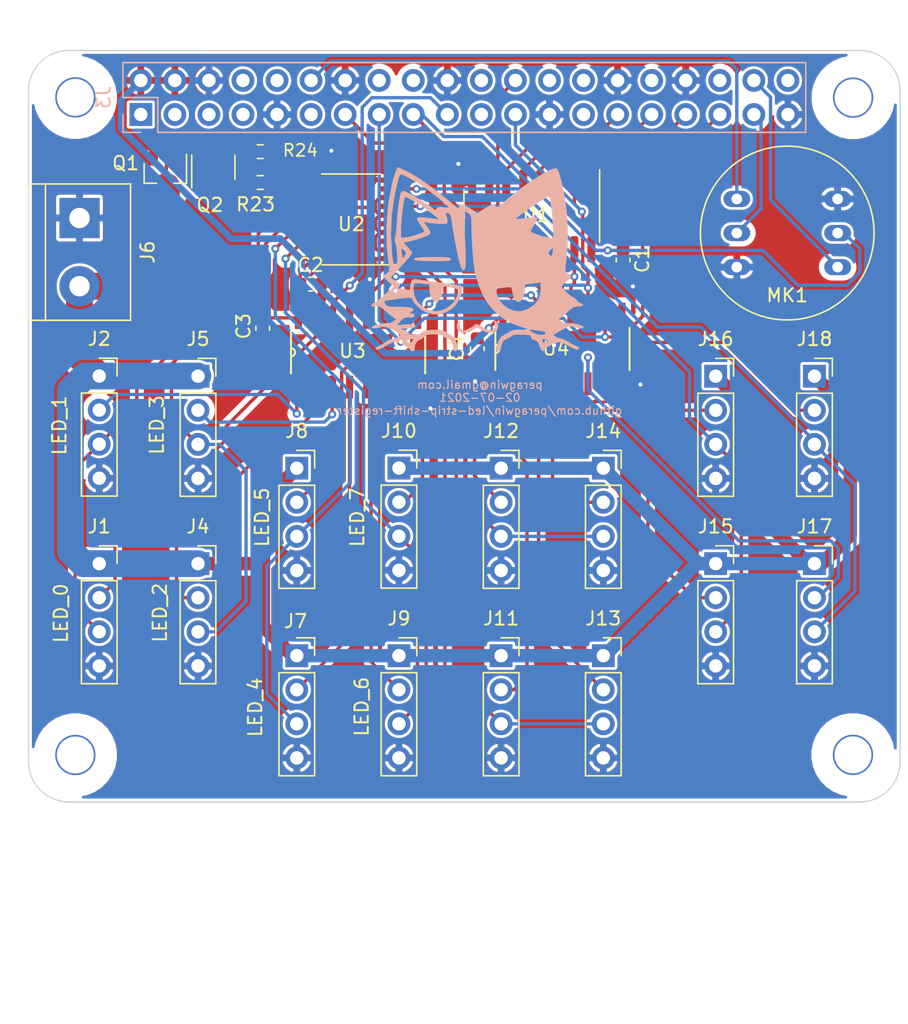
<source format=kicad_pcb>
(kicad_pcb (version 20171130) (host pcbnew "(5.1.8-0-10_14)")
  (layers (0 F.Cu signal) (31 B.Cu signal) (34 B.Paste user) (35 F.Paste user) (36 B.SilkS user) (37 F.SilkS user) (38 B.Mask user) (39 F.Mask user) (44 Edge.Cuts user))
  (net 0 "")
  (net 1 GND)
  (net 2 "Net-(Q1-Pad1)")
  (net 3 "Net-(Q2-Pad1)")
  (net 4 /LCLK)
  (net 5 /L0)
  (net 6 /L1)
  (net 7 +3V3)
  (net 8 +5VP)
  (net 9 "Net-(J3-Pad3)")
  (net 10 "Net-(J3-Pad5)")
  (net 11 "Net-(J3-Pad7)")
  (net 12 "Net-(J3-Pad8)")
  (net 13 "Net-(J3-Pad10)")
  (net 14 "Net-(J3-Pad11)")
  (net 15 "Net-(J3-Pad16)")
  (net 16 "Net-(J3-Pad18)")
  (net 17 /DAT)
  (net 18 "Net-(J3-Pad21)")
  (net 19 "Net-(J3-Pad22)")
  (net 20 /CLK)
  (net 21 /CNT_ENA)
  (net 22 "Net-(J3-Pad26)")
  (net 23 "Net-(J3-Pad27)")
  (net 24 "Net-(J3-Pad28)")
  (net 25 "Net-(J3-Pad32)")
  (net 26 "Net-(J3-Pad36)")
  (net 27 "Net-(J3-Pad40)")
  (net 28 /L2)
  (net 29 /L3)
  (net 30 +5V)
  (net 31 /L4)
  (net 32 /L5)
  (net 33 /L6)
  (net 34 /L7)
  (net 35 /L8)
  (net 36 /L9)
  (net 37 /LA)
  (net 38 /LB)
  (net 39 /LC)
  (net 40 /LD)
  (net 41 /LE)
  (net 42 /LF)
  (net 43 /LATCH)
  (net 44 "Net-(U1-Pad14)")
  (net 45 "Net-(U1-Pad13)")
  (net 46 "Net-(U1-Pad12)")
  (net 47 /CLK_DIV)
  (net 48 /~CNT_LOAD)
  (net 49 /CNT_P3)
  (net 50 /CNT_P2)
  (net 51 /CNT_P1)
  (net 52 /CNT_P0)
  (net 53 /~RST)
  (net 54 "Net-(U3-Pad9)")
  (net 55 "Net-(U4-Pad9)")
  (net 56 /I2S_CLK)
  (net 57 /I2S_WS)
  (net 58 /I2S_IN)
  (module footprints:peragato (layer B.Cu) (at 111.9124 74.8411 180)
    (fp_text reference G*** hide)
    (fp_text value LOGO hide)
  )
  (module TerminalBlock:TerminalBlock_bornier-2_P5.08mm (layer F.Cu) (at 82.3468 73.3044 270)
    (fp_text reference J6 (at 2.54 -5.08 90) (layer F.SilkS))
    (fp_text value POWER)
    (pad 2 thru_hole circle (at 5.08 0 270) (size 3 3) (drill 1.52) (layers *.Cu *.Mask) (net 8 +5VP))
    (pad 1 thru_hole rect (at 0 0 270) (size 3 3) (drill 1.52) (layers *.Cu *.Mask) (net 1 GND))
  )
  (module Package_SO:TSSOP-20_4.4x6.5mm_P0.65mm (layer F.Cu) (at 102.616 73.406 180)
    (fp_text reference U2 (at 0 -0.3556) (layer F.SilkS))
    (fp_text value 74HCT244)
    (pad 20 smd roundrect (at 2.8625 -2.925 180) (size 1.475 0.4) (layers F.Cu F.Paste F.Mask) (net 30 +5V))
    (pad 19 smd roundrect (at 2.8625 -2.275 180) (size 1.475 0.4) (layers F.Cu F.Paste F.Mask) (net 1 GND))
    (pad 18 smd roundrect (at 2.8625 -1.625 180) (size 1.475 0.4) (layers F.Cu F.Paste F.Mask) (net 4 /LCLK))
    (pad 17 smd roundrect (at 2.8625 -0.975 180) (size 1.475 0.4) (layers F.Cu F.Paste F.Mask) (net 47 /CLK_DIV))
    (pad 16 smd roundrect (at 2.8625 -0.325 180) (size 1.475 0.4) (layers F.Cu F.Paste F.Mask) (net 4 /LCLK))
    (pad 15 smd roundrect (at 2.8625 0.325 180) (size 1.475 0.4) (layers F.Cu F.Paste F.Mask) (net 47 /CLK_DIV))
    (pad 14 smd roundrect (at 2.8625 0.975 180) (size 1.475 0.4) (layers F.Cu F.Paste F.Mask) (net 4 /LCLK))
    (pad 13 smd roundrect (at 2.8625 1.625 180) (size 1.475 0.4) (layers F.Cu F.Paste F.Mask) (net 47 /CLK_DIV))
    (pad 12 smd roundrect (at 2.8625 2.275 180) (size 1.475 0.4) (layers F.Cu F.Paste F.Mask) (net 4 /LCLK))
    (pad 11 smd roundrect (at 2.8625 2.925 180) (size 1.475 0.4) (layers F.Cu F.Paste F.Mask) (net 47 /CLK_DIV))
    (pad 10 smd roundrect (at -2.8625 2.925 180) (size 1.475 0.4) (layers F.Cu F.Paste F.Mask) (net 1 GND))
    (pad 9 smd roundrect (at -2.8625 2.275 180) (size 1.475 0.4) (layers F.Cu F.Paste F.Mask) (net 4 /LCLK))
    (pad 8 smd roundrect (at -2.8625 1.625 180) (size 1.475 0.4) (layers F.Cu F.Paste F.Mask) (net 47 /CLK_DIV))
    (pad 7 smd roundrect (at -2.8625 0.975 180) (size 1.475 0.4) (layers F.Cu F.Paste F.Mask) (net 4 /LCLK))
    (pad 6 smd roundrect (at -2.8625 0.325 180) (size 1.475 0.4) (layers F.Cu F.Paste F.Mask) (net 47 /CLK_DIV))
    (pad 5 smd roundrect (at -2.8625 -0.325 180) (size 1.475 0.4) (layers F.Cu F.Paste F.Mask) (net 4 /LCLK))
    (pad 4 smd roundrect (at -2.8625 -0.975 180) (size 1.475 0.4) (layers F.Cu F.Paste F.Mask) (net 47 /CLK_DIV))
    (pad 3 smd roundrect (at -2.8625 -1.625 180) (size 1.475 0.4) (layers F.Cu F.Paste F.Mask) (net 4 /LCLK))
    (pad 2 smd roundrect (at -2.8625 -2.275 180) (size 1.475 0.4) (layers F.Cu F.Paste F.Mask) (net 47 /CLK_DIV))
    (pad 1 smd roundrect (at -2.8625 -2.925 180) (size 1.475 0.4) (layers F.Cu F.Paste F.Mask) (net 1 GND))
  )
  (module footprints:I2S-MIC_DIP-6 (layer F.Cu) (at 135.128 74.422 90)
    (fp_text reference MK1 (at -4.64 0) (layer F.SilkS))
    (fp_text value ICS-43434)
    (pad 3 thru_hole oval (at 2.54 3.76 90) (size 1.2 2) (drill 0.8) (layers *.Cu *.Mask) (net 1 GND))
    (pad 4 thru_hole oval (at 2.54 -3.76 90) (size 1.2 2) (drill 0.8) (layers *.Cu *.Mask) (net 56 /I2S_CLK))
    (pad 2 thru_hole oval (at 0 3.76 90) (size 1.2 2) (drill 0.8) (layers *.Cu *.Mask) (net 7 +3V3))
    (pad 5 thru_hole oval (at 0 -3.76 90) (size 1.2 2) (drill 0.8) (layers *.Cu *.Mask) (net 57 /I2S_WS))
    (pad 1 thru_hole oval (at -2.54 3.76 90) (size 1.2 2) (drill 0.8) (layers *.Cu *.Mask) (net 58 /I2S_IN))
    (pad 6 thru_hole oval (at -2.54 -3.76 90) (size 1.2 2) (drill 0.8) (layers *.Cu *.Mask) (net 1 GND))
  )
  (module Capacitor_SMD:C_0603_1608Metric (layer F.Cu) (at 112.014 83.045 270)
    (fp_text reference C4 (at -0.0378 1.524 90) (layer F.SilkS))
    (fp_text value 1u)
    (pad 2 smd roundrect (at 0.775 0 270) (size 0.9 0.95) (layers F.Cu F.Paste F.Mask) (net 1 GND))
    (pad 1 smd roundrect (at -0.775 0 270) (size 0.9 0.95) (layers F.Cu F.Paste F.Mask) (net 30 +5V))
  )
  (module Capacitor_SMD:C_0603_1608Metric (layer F.Cu) (at 96.012 81.521 270)
    (fp_text reference C3 (at -0.1521 1.4351 90) (layer F.SilkS))
    (fp_text value 1u)
    (pad 2 smd roundrect (at 0.775 0 270) (size 0.9 0.95) (layers F.Cu F.Paste F.Mask) (net 1 GND))
    (pad 1 smd roundrect (at -0.775 0 270) (size 0.9 0.95) (layers F.Cu F.Paste F.Mask) (net 30 +5V))
  )
  (module Capacitor_SMD:C_0603_1608Metric (layer F.Cu) (at 99.581 78.232)
    (fp_text reference C2 (at 0 -1.43) (layer F.SilkS))
    (fp_text value 1u)
    (pad 2 smd roundrect (at 0.775 0) (size 0.9 0.95) (layers F.Cu F.Paste F.Mask) (net 1 GND))
    (pad 1 smd roundrect (at -0.775 0) (size 0.9 0.95) (layers F.Cu F.Paste F.Mask) (net 30 +5V))
  )
  (module Capacitor_SMD:C_0603_1608Metric (layer F.Cu) (at 122.8852 76.4286 270)
    (fp_text reference C1 (at 0 -1.43 90) (layer F.SilkS))
    (fp_text value 1u)
    (pad 2 smd roundrect (at 0.775 0 270) (size 0.9 0.95) (layers F.Cu F.Paste F.Mask) (net 1 GND))
    (pad 1 smd roundrect (at -0.775 0 270) (size 0.9 0.95) (layers F.Cu F.Paste F.Mask) (net 7 +3V3))
  )
  (module footprints:SOIC127P600X175-16N (layer F.Cu) (at 118.364 83.058 90)
    (fp_text reference U4 (at 0.0254 -0.4826 180) (layer F.SilkS))
    (fp_text value 74HCT595D,118)
    (pad 16 smd rect (at 2.5908 -4.445 90) (size 1.7018 0.5334) (layers F.Cu F.Paste F.Mask) (net 30 +5V))
    (pad 15 smd rect (at 2.5908 -3.175 90) (size 1.7018 0.5334) (layers F.Cu F.Paste F.Mask) (net 35 /L8))
    (pad 14 smd rect (at 2.5908 -1.905 90) (size 1.7018 0.5334) (layers F.Cu F.Paste F.Mask) (net 54 "Net-(U3-Pad9)"))
    (pad 13 smd rect (at 2.5908 -0.635 90) (size 1.7018 0.5334) (layers F.Cu F.Paste F.Mask) (net 1 GND))
    (pad 12 smd rect (at 2.5908 0.635 90) (size 1.7018 0.5334) (layers F.Cu F.Paste F.Mask) (net 43 /LATCH))
    (pad 11 smd rect (at 2.5908 1.905 90) (size 1.7018 0.5334) (layers F.Cu F.Paste F.Mask) (net 20 /CLK))
    (pad 10 smd rect (at 2.5908 3.175 90) (size 1.7018 0.5334) (layers F.Cu F.Paste F.Mask) (net 53 /~RST))
    (pad 9 smd rect (at 2.5908 4.445 90) (size 1.7018 0.5334) (layers F.Cu F.Paste F.Mask) (net 55 "Net-(U4-Pad9)"))
    (pad 8 smd rect (at -2.5908 4.445 90) (size 1.7018 0.5334) (layers F.Cu F.Paste F.Mask) (net 1 GND))
    (pad 7 smd rect (at -2.5908 3.175 90) (size 1.7018 0.5334) (layers F.Cu F.Paste F.Mask) (net 42 /LF))
    (pad 6 smd rect (at -2.5908 1.905 90) (size 1.7018 0.5334) (layers F.Cu F.Paste F.Mask) (net 41 /LE))
    (pad 5 smd rect (at -2.5908 0.635 90) (size 1.7018 0.5334) (layers F.Cu F.Paste F.Mask) (net 40 /LD))
    (pad 4 smd rect (at -2.5908 -0.635 90) (size 1.7018 0.5334) (layers F.Cu F.Paste F.Mask) (net 39 /LC))
    (pad 3 smd rect (at -2.5908 -1.905 90) (size 1.7018 0.5334) (layers F.Cu F.Paste F.Mask) (net 38 /LB))
    (pad 2 smd rect (at -2.5908 -3.175 90) (size 1.7018 0.5334) (layers F.Cu F.Paste F.Mask) (net 37 /LA))
    (pad 1 smd rect (at -2.5908 -4.445 90) (size 1.7018 0.5334) (layers F.Cu F.Paste F.Mask) (net 36 /L9))
  )
  (module footprints:SOIC127P600X175-16N (layer F.Cu) (at 103.124 83.312 90)
    (fp_text reference U3 (at 0.1016 -0.4191 180) (layer F.SilkS))
    (fp_text value 74HCT595D,118)
    (pad 16 smd rect (at 2.5908 -4.445 90) (size 1.7018 0.5334) (layers F.Cu F.Paste F.Mask) (net 30 +5V))
    (pad 15 smd rect (at 2.5908 -3.175 90) (size 1.7018 0.5334) (layers F.Cu F.Paste F.Mask) (net 5 /L0))
    (pad 14 smd rect (at 2.5908 -1.905 90) (size 1.7018 0.5334) (layers F.Cu F.Paste F.Mask) (net 17 /DAT))
    (pad 13 smd rect (at 2.5908 -0.635 90) (size 1.7018 0.5334) (layers F.Cu F.Paste F.Mask) (net 1 GND))
    (pad 12 smd rect (at 2.5908 0.635 90) (size 1.7018 0.5334) (layers F.Cu F.Paste F.Mask) (net 43 /LATCH))
    (pad 11 smd rect (at 2.5908 1.905 90) (size 1.7018 0.5334) (layers F.Cu F.Paste F.Mask) (net 20 /CLK))
    (pad 10 smd rect (at 2.5908 3.175 90) (size 1.7018 0.5334) (layers F.Cu F.Paste F.Mask) (net 53 /~RST))
    (pad 9 smd rect (at 2.5908 4.445 90) (size 1.7018 0.5334) (layers F.Cu F.Paste F.Mask) (net 54 "Net-(U3-Pad9)"))
    (pad 8 smd rect (at -2.5908 4.445 90) (size 1.7018 0.5334) (layers F.Cu F.Paste F.Mask) (net 1 GND))
    (pad 7 smd rect (at -2.5908 3.175 90) (size 1.7018 0.5334) (layers F.Cu F.Paste F.Mask) (net 34 /L7))
    (pad 6 smd rect (at -2.5908 1.905 90) (size 1.7018 0.5334) (layers F.Cu F.Paste F.Mask) (net 33 /L6))
    (pad 5 smd rect (at -2.5908 0.635 90) (size 1.7018 0.5334) (layers F.Cu F.Paste F.Mask) (net 32 /L5))
    (pad 4 smd rect (at -2.5908 -0.635 90) (size 1.7018 0.5334) (layers F.Cu F.Paste F.Mask) (net 31 /L4))
    (pad 3 smd rect (at -2.5908 -1.905 90) (size 1.7018 0.5334) (layers F.Cu F.Paste F.Mask) (net 29 /L3))
    (pad 2 smd rect (at -2.5908 -3.175 90) (size 1.7018 0.5334) (layers F.Cu F.Paste F.Mask) (net 28 /L2))
    (pad 1 smd rect (at -2.5908 -4.445 90) (size 1.7018 0.5334) (layers F.Cu F.Paste F.Mask) (net 6 /L1))
  )
  (module Package_SO:SOIC-16_3.9x9.9mm_P1.27mm (layer F.Cu) (at 116.078 73.152 270)
    (fp_text reference U1 (at -0.0635 -0.3175 180) (layer F.SilkS))
    (fp_text value SN74HC163)
    (pad 16 smd roundrect (at 2.475 -4.445 270) (size 1.95 0.6) (layers F.Cu F.Paste F.Mask) (net 7 +3V3))
    (pad 15 smd roundrect (at 2.475 -3.175 270) (size 1.95 0.6) (layers F.Cu F.Paste F.Mask) (net 43 /LATCH))
    (pad 14 smd roundrect (at 2.475 -1.905 270) (size 1.95 0.6) (layers F.Cu F.Paste F.Mask) (net 44 "Net-(U1-Pad14)"))
    (pad 13 smd roundrect (at 2.475 -0.635 270) (size 1.95 0.6) (layers F.Cu F.Paste F.Mask) (net 45 "Net-(U1-Pad13)"))
    (pad 12 smd roundrect (at 2.475 0.635 270) (size 1.95 0.6) (layers F.Cu F.Paste F.Mask) (net 46 "Net-(U1-Pad12)"))
    (pad 11 smd roundrect (at 2.475 1.905 270) (size 1.95 0.6) (layers F.Cu F.Paste F.Mask) (net 47 /CLK_DIV))
    (pad 10 smd roundrect (at 2.475 3.175 270) (size 1.95 0.6) (layers F.Cu F.Paste F.Mask) (net 21 /CNT_ENA))
    (pad 9 smd roundrect (at 2.475 4.445 270) (size 1.95 0.6) (layers F.Cu F.Paste F.Mask) (net 48 /~CNT_LOAD))
    (pad 8 smd roundrect (at -2.475 4.445 270) (size 1.95 0.6) (layers F.Cu F.Paste F.Mask) (net 1 GND))
    (pad 7 smd roundrect (at -2.475 3.175 270) (size 1.95 0.6) (layers F.Cu F.Paste F.Mask) (net 7 +3V3))
    (pad 6 smd roundrect (at -2.475 1.905 270) (size 1.95 0.6) (layers F.Cu F.Paste F.Mask) (net 49 /CNT_P3))
    (pad 5 smd roundrect (at -2.475 0.635 270) (size 1.95 0.6) (layers F.Cu F.Paste F.Mask) (net 50 /CNT_P2))
    (pad 4 smd roundrect (at -2.475 -0.635 270) (size 1.95 0.6) (layers F.Cu F.Paste F.Mask) (net 51 /CNT_P1))
    (pad 3 smd roundrect (at -2.475 -1.905 270) (size 1.95 0.6) (layers F.Cu F.Paste F.Mask) (net 52 /CNT_P0))
    (pad 2 smd roundrect (at -2.475 -3.175 270) (size 1.95 0.6) (layers F.Cu F.Paste F.Mask) (net 20 /CLK))
    (pad 1 smd roundrect (at -2.475 -4.445 270) (size 1.95 0.6) (layers F.Cu F.Paste F.Mask) (net 53 /~RST))
  )
  (module Connector_PinSocket_2.54mm:PinSocket_1x04_P2.54mm_Vertical (layer F.Cu) (at 137.16 85.09)
    (fp_text reference J18 (at 0 -2.77) (layer F.SilkS))
    (fp_text value LED_F)
    (pad 4 thru_hole oval (at 0 7.62) (size 1.7 1.7) (drill 1) (layers *.Cu *.Mask) (net 1 GND))
    (pad 3 thru_hole oval (at 0 5.08) (size 1.7 1.7) (drill 1) (layers *.Cu *.Mask) (net 4 /LCLK))
    (pad 2 thru_hole oval (at 0 2.54) (size 1.7 1.7) (drill 1) (layers *.Cu *.Mask) (net 42 /LF))
    (pad 1 thru_hole rect (at 0 0) (size 1.7 1.7) (drill 1) (layers *.Cu *.Mask) (net 8 +5VP))
  )
  (module Connector_PinSocket_2.54mm:PinSocket_1x04_P2.54mm_Vertical (layer F.Cu) (at 137.16 99.06)
    (fp_text reference J17 (at 0 -2.77) (layer F.SilkS))
    (fp_text value LED_E)
    (pad 4 thru_hole oval (at 0 7.62) (size 1.7 1.7) (drill 1) (layers *.Cu *.Mask) (net 1 GND))
    (pad 3 thru_hole oval (at 0 5.08) (size 1.7 1.7) (drill 1) (layers *.Cu *.Mask) (net 4 /LCLK))
    (pad 2 thru_hole oval (at 0 2.54) (size 1.7 1.7) (drill 1) (layers *.Cu *.Mask) (net 41 /LE))
    (pad 1 thru_hole rect (at 0 0) (size 1.7 1.7) (drill 1) (layers *.Cu *.Mask) (net 8 +5VP))
  )
  (module Connector_PinSocket_2.54mm:PinSocket_1x04_P2.54mm_Vertical (layer F.Cu) (at 129.794 85.09)
    (fp_text reference J16 (at 0 -2.77) (layer F.SilkS))
    (fp_text value LED_D)
    (pad 4 thru_hole oval (at 0 7.62) (size 1.7 1.7) (drill 1) (layers *.Cu *.Mask) (net 1 GND))
    (pad 3 thru_hole oval (at 0 5.08) (size 1.7 1.7) (drill 1) (layers *.Cu *.Mask) (net 4 /LCLK))
    (pad 2 thru_hole oval (at 0 2.54) (size 1.7 1.7) (drill 1) (layers *.Cu *.Mask) (net 40 /LD))
    (pad 1 thru_hole rect (at 0 0) (size 1.7 1.7) (drill 1) (layers *.Cu *.Mask) (net 8 +5VP))
  )
  (module Connector_PinSocket_2.54mm:PinSocket_1x04_P2.54mm_Vertical (layer F.Cu) (at 129.794 99.06)
    (fp_text reference J15 (at 0 -2.77) (layer F.SilkS))
    (fp_text value LED_C)
    (pad 4 thru_hole oval (at 0 7.62) (size 1.7 1.7) (drill 1) (layers *.Cu *.Mask) (net 1 GND))
    (pad 3 thru_hole oval (at 0 5.08) (size 1.7 1.7) (drill 1) (layers *.Cu *.Mask) (net 4 /LCLK))
    (pad 2 thru_hole oval (at 0 2.54) (size 1.7 1.7) (drill 1) (layers *.Cu *.Mask) (net 39 /LC))
    (pad 1 thru_hole rect (at 0 0) (size 1.7 1.7) (drill 1) (layers *.Cu *.Mask) (net 8 +5VP))
  )
  (module Connector_PinSocket_2.54mm:PinSocket_1x04_P2.54mm_Vertical (layer F.Cu) (at 121.412 91.948)
    (fp_text reference J14 (at 0 -2.77) (layer F.SilkS))
    (fp_text value LED_B)
    (pad 4 thru_hole oval (at 0 7.62) (size 1.7 1.7) (drill 1) (layers *.Cu *.Mask) (net 1 GND))
    (pad 3 thru_hole oval (at 0 5.08) (size 1.7 1.7) (drill 1) (layers *.Cu *.Mask) (net 4 /LCLK))
    (pad 2 thru_hole oval (at 0 2.54) (size 1.7 1.7) (drill 1) (layers *.Cu *.Mask) (net 38 /LB))
    (pad 1 thru_hole rect (at 0 0) (size 1.7 1.7) (drill 1) (layers *.Cu *.Mask) (net 8 +5VP))
  )
  (module Connector_PinSocket_2.54mm:PinSocket_1x04_P2.54mm_Vertical (layer F.Cu) (at 121.412 105.918)
    (fp_text reference J13 (at 0 -2.77) (layer F.SilkS))
    (fp_text value LED_A)
    (pad 4 thru_hole oval (at 0 7.62) (size 1.7 1.7) (drill 1) (layers *.Cu *.Mask) (net 1 GND))
    (pad 3 thru_hole oval (at 0 5.08) (size 1.7 1.7) (drill 1) (layers *.Cu *.Mask) (net 4 /LCLK))
    (pad 2 thru_hole oval (at 0 2.54) (size 1.7 1.7) (drill 1) (layers *.Cu *.Mask) (net 37 /LA))
    (pad 1 thru_hole rect (at 0 0) (size 1.7 1.7) (drill 1) (layers *.Cu *.Mask) (net 8 +5VP))
  )
  (module Connector_PinSocket_2.54mm:PinSocket_1x04_P2.54mm_Vertical (layer F.Cu) (at 113.792 91.948)
    (fp_text reference J12 (at 0 -2.77) (layer F.SilkS))
    (fp_text value LED_9)
    (pad 4 thru_hole oval (at 0 7.62) (size 1.7 1.7) (drill 1) (layers *.Cu *.Mask) (net 1 GND))
    (pad 3 thru_hole oval (at 0 5.08) (size 1.7 1.7) (drill 1) (layers *.Cu *.Mask) (net 4 /LCLK))
    (pad 2 thru_hole oval (at 0 2.54) (size 1.7 1.7) (drill 1) (layers *.Cu *.Mask) (net 36 /L9))
    (pad 1 thru_hole rect (at 0 0) (size 1.7 1.7) (drill 1) (layers *.Cu *.Mask) (net 8 +5VP))
  )
  (module Connector_PinSocket_2.54mm:PinSocket_1x04_P2.54mm_Vertical (layer F.Cu) (at 113.792 105.918)
    (fp_text reference J11 (at 0 -2.77) (layer F.SilkS))
    (fp_text value LED_8)
    (pad 4 thru_hole oval (at 0 7.62) (size 1.7 1.7) (drill 1) (layers *.Cu *.Mask) (net 1 GND))
    (pad 3 thru_hole oval (at 0 5.08) (size 1.7 1.7) (drill 1) (layers *.Cu *.Mask) (net 4 /LCLK))
    (pad 2 thru_hole oval (at 0 2.54) (size 1.7 1.7) (drill 1) (layers *.Cu *.Mask) (net 35 /L8))
    (pad 1 thru_hole rect (at 0 0) (size 1.7 1.7) (drill 1) (layers *.Cu *.Mask) (net 8 +5VP))
  )
  (module Connector_PinSocket_2.54mm:PinSocket_1x04_P2.54mm_Vertical (layer F.Cu) (at 106.172 91.9353)
    (fp_text reference J10 (at 0 -2.77) (layer F.SilkS))
    (fp_text value LED_7 (at -3.1115 3.6703 90) (layer F.SilkS))
    (pad 4 thru_hole oval (at 0 7.62) (size 1.7 1.7) (drill 1) (layers *.Cu *.Mask) (net 1 GND))
    (pad 3 thru_hole oval (at 0 5.08) (size 1.7 1.7) (drill 1) (layers *.Cu *.Mask) (net 4 /LCLK))
    (pad 2 thru_hole oval (at 0 2.54) (size 1.7 1.7) (drill 1) (layers *.Cu *.Mask) (net 34 /L7))
    (pad 1 thru_hole rect (at 0 0) (size 1.7 1.7) (drill 1) (layers *.Cu *.Mask) (net 8 +5VP))
  )
  (module Connector_PinSocket_2.54mm:PinSocket_1x04_P2.54mm_Vertical (layer F.Cu) (at 106.172 105.918)
    (fp_text reference J9 (at 0 -2.77) (layer F.SilkS))
    (fp_text value LED_6 (at -2.7813 3.7973 90) (layer F.SilkS))
    (pad 4 thru_hole oval (at 0 7.62) (size 1.7 1.7) (drill 1) (layers *.Cu *.Mask) (net 1 GND))
    (pad 3 thru_hole oval (at 0 5.08) (size 1.7 1.7) (drill 1) (layers *.Cu *.Mask) (net 4 /LCLK))
    (pad 2 thru_hole oval (at 0 2.54) (size 1.7 1.7) (drill 1) (layers *.Cu *.Mask) (net 33 /L6))
    (pad 1 thru_hole rect (at 0 0) (size 1.7 1.7) (drill 1) (layers *.Cu *.Mask) (net 8 +5VP))
  )
  (module Connector_PinSocket_2.54mm:PinSocket_1x04_P2.54mm_Vertical (layer F.Cu) (at 98.552 91.948)
    (fp_text reference J8 (at 0 -2.77) (layer F.SilkS))
    (fp_text value LED_5 (at -2.5908 3.6576 90) (layer F.SilkS))
    (pad 4 thru_hole oval (at 0 7.62) (size 1.7 1.7) (drill 1) (layers *.Cu *.Mask) (net 1 GND))
    (pad 3 thru_hole oval (at 0 5.08) (size 1.7 1.7) (drill 1) (layers *.Cu *.Mask) (net 4 /LCLK))
    (pad 2 thru_hole oval (at 0 2.54) (size 1.7 1.7) (drill 1) (layers *.Cu *.Mask) (net 32 /L5))
    (pad 1 thru_hole rect (at 0 0) (size 1.7 1.7) (drill 1) (layers *.Cu *.Mask) (net 8 +5VP))
  )
  (module Connector_PinSocket_2.54mm:PinSocket_1x04_P2.54mm_Vertical (layer F.Cu) (at 98.552 105.918)
    (fp_text reference J7 (at -0.0889 -2.5654 180) (layer F.SilkS))
    (fp_text value LED_4 (at -3.0988 3.8481 90) (layer F.SilkS))
    (pad 4 thru_hole oval (at 0 7.62) (size 1.7 1.7) (drill 1) (layers *.Cu *.Mask) (net 1 GND))
    (pad 3 thru_hole oval (at 0 5.08) (size 1.7 1.7) (drill 1) (layers *.Cu *.Mask) (net 4 /LCLK))
    (pad 2 thru_hole oval (at 0 2.54) (size 1.7 1.7) (drill 1) (layers *.Cu *.Mask) (net 31 /L4))
    (pad 1 thru_hole rect (at 0 0) (size 1.7 1.7) (drill 1) (layers *.Cu *.Mask) (net 8 +5VP))
  )
  (module Connector_PinSocket_2.54mm:PinSocket_1x04_P2.54mm_Vertical (layer F.Cu) (at 91.186 85.09)
    (fp_text reference J5 (at 0 -2.77) (layer F.SilkS))
    (fp_text value LED_3 (at -3.0734 3.6322 90) (layer F.SilkS))
    (pad 4 thru_hole oval (at 0 7.62) (size 1.7 1.7) (drill 1) (layers *.Cu *.Mask) (net 1 GND))
    (pad 3 thru_hole oval (at 0 5.08) (size 1.7 1.7) (drill 1) (layers *.Cu *.Mask) (net 4 /LCLK))
    (pad 2 thru_hole oval (at 0 2.54) (size 1.7 1.7) (drill 1) (layers *.Cu *.Mask) (net 29 /L3))
    (pad 1 thru_hole rect (at 0 0) (size 1.7 1.7) (drill 1) (layers *.Cu *.Mask) (net 8 +5VP))
  )
  (module Connector_PinSocket_2.54mm:PinSocket_1x04_P2.54mm_Vertical (layer F.Cu) (at 91.186 99.06)
    (fp_text reference J4 (at 0 -2.77) (layer F.SilkS))
    (fp_text value LED_2 (at -2.8448 3.6576 90) (layer F.SilkS))
    (pad 4 thru_hole oval (at 0 7.62) (size 1.7 1.7) (drill 1) (layers *.Cu *.Mask) (net 1 GND))
    (pad 3 thru_hole oval (at 0 5.08) (size 1.7 1.7) (drill 1) (layers *.Cu *.Mask) (net 4 /LCLK))
    (pad 2 thru_hole oval (at 0 2.54) (size 1.7 1.7) (drill 1) (layers *.Cu *.Mask) (net 28 /L2))
    (pad 1 thru_hole rect (at 0 0) (size 1.7 1.7) (drill 1) (layers *.Cu *.Mask) (net 8 +5VP))
  )
  (module Connector_PinSocket_2.54mm:PinSocket_1x04_P2.54mm_Vertical (layer F.Cu) (at 83.82 85.0773)
    (fp_text reference J2 (at 0 -2.77) (layer F.SilkS))
    (fp_text value LED_1 (at -2.9718 3.683 90) (layer F.SilkS))
    (pad 4 thru_hole oval (at 0 7.62) (size 1.7 1.7) (drill 1) (layers *.Cu *.Mask) (net 1 GND))
    (pad 3 thru_hole oval (at 0 5.08) (size 1.7 1.7) (drill 1) (layers *.Cu *.Mask) (net 4 /LCLK))
    (pad 2 thru_hole oval (at 0 2.54) (size 1.7 1.7) (drill 1) (layers *.Cu *.Mask) (net 6 /L1))
    (pad 1 thru_hole rect (at 0 0) (size 1.7 1.7) (drill 1) (layers *.Cu *.Mask) (net 8 +5VP))
  )
  (module Connector_PinSocket_2.54mm:PinSocket_1x04_P2.54mm_Vertical (layer F.Cu) (at 83.82 99.06)
    (fp_text reference J1 (at 0 -2.77) (layer F.SilkS))
    (fp_text value LED_0 (at -2.8575 3.6957 90) (layer F.SilkS))
    (pad 4 thru_hole oval (at 0 7.62) (size 1.7 1.7) (drill 1) (layers *.Cu *.Mask) (net 1 GND))
    (pad 3 thru_hole oval (at 0 5.08) (size 1.7 1.7) (drill 1) (layers *.Cu *.Mask) (net 4 /LCLK))
    (pad 2 thru_hole oval (at 0 2.54) (size 1.7 1.7) (drill 1) (layers *.Cu *.Mask) (net 5 /L0))
    (pad 1 thru_hole rect (at 0 0) (size 1.7 1.7) (drill 1) (layers *.Cu *.Mask) (net 8 +5VP))
  )
  (module Connector_PinSocket_2.54mm:PinSocket_2x20_P2.54mm_Vertical (layer B.Cu) (at 86.92 65.59 270)
    (fp_text reference J3 (at -1.27 2.77 270) (layer B.SilkS) (effects (justify mirror)))
    (fp_text value 40HAT)
    (pad 1 thru_hole rect (at 0 0 270) (size 1.7 1.7) (drill 1) (layers *.Cu *.Mask) (net 7 +3V3))
    (pad 2 thru_hole oval (at -2.54 0 270) (size 1.7 1.7) (drill 1) (layers *.Cu *.Mask) (net 30 +5V))
    (pad 3 thru_hole oval (at 0 -2.54 270) (size 1.7 1.7) (drill 1) (layers *.Cu *.Mask) (net 9 "Net-(J3-Pad3)"))
    (pad 4 thru_hole oval (at -2.54 -2.54 270) (size 1.7 1.7) (drill 1) (layers *.Cu *.Mask) (net 30 +5V))
    (pad 5 thru_hole oval (at 0 -5.08 270) (size 1.7 1.7) (drill 1) (layers *.Cu *.Mask) (net 10 "Net-(J3-Pad5)"))
    (pad 6 thru_hole oval (at -2.54 -5.08 270) (size 1.7 1.7) (drill 1) (layers *.Cu *.Mask) (net 1 GND))
    (pad 7 thru_hole oval (at 0 -7.62 270) (size 1.7 1.7) (drill 1) (layers *.Cu *.Mask) (net 11 "Net-(J3-Pad7)"))
    (pad 8 thru_hole oval (at -2.54 -7.62 270) (size 1.7 1.7) (drill 1) (layers *.Cu *.Mask) (net 12 "Net-(J3-Pad8)"))
    (pad 9 thru_hole oval (at 0 -10.16 270) (size 1.7 1.7) (drill 1) (layers *.Cu *.Mask) (net 1 GND))
    (pad 10 thru_hole oval (at -2.54 -10.16 270) (size 1.7 1.7) (drill 1) (layers *.Cu *.Mask) (net 13 "Net-(J3-Pad10)"))
    (pad 11 thru_hole oval (at 0 -12.7 270) (size 1.7 1.7) (drill 1) (layers *.Cu *.Mask) (net 14 "Net-(J3-Pad11)"))
    (pad 12 thru_hole oval (at -2.54 -12.7 270) (size 1.7 1.7) (drill 1) (layers *.Cu *.Mask) (net 56 /I2S_CLK))
    (pad 13 thru_hole oval (at 0 -15.24 270) (size 1.7 1.7) (drill 1) (layers *.Cu *.Mask) (net 48 /~CNT_LOAD))
    (pad 14 thru_hole oval (at -2.54 -15.24 270) (size 1.7 1.7) (drill 1) (layers *.Cu *.Mask) (net 1 GND))
    (pad 15 thru_hole oval (at 0 -17.78 270) (size 1.7 1.7) (drill 1) (layers *.Cu *.Mask) (net 53 /~RST))
    (pad 16 thru_hole oval (at -2.54 -17.78 270) (size 1.7 1.7) (drill 1) (layers *.Cu *.Mask) (net 15 "Net-(J3-Pad16)"))
    (pad 17 thru_hole oval (at 0 -20.32 270) (size 1.7 1.7) (drill 1) (layers *.Cu *.Mask) (net 7 +3V3))
    (pad 18 thru_hole oval (at -2.54 -20.32 270) (size 1.7 1.7) (drill 1) (layers *.Cu *.Mask) (net 16 "Net-(J3-Pad18)"))
    (pad 19 thru_hole oval (at 0 -22.86 270) (size 1.7 1.7) (drill 1) (layers *.Cu *.Mask) (net 17 /DAT))
    (pad 20 thru_hole oval (at -2.54 -22.86 270) (size 1.7 1.7) (drill 1) (layers *.Cu *.Mask) (net 1 GND))
    (pad 21 thru_hole oval (at 0 -25.4 270) (size 1.7 1.7) (drill 1) (layers *.Cu *.Mask) (net 18 "Net-(J3-Pad21)"))
    (pad 22 thru_hole oval (at -2.54 -25.4 270) (size 1.7 1.7) (drill 1) (layers *.Cu *.Mask) (net 19 "Net-(J3-Pad22)"))
    (pad 23 thru_hole oval (at 0 -27.94 270) (size 1.7 1.7) (drill 1) (layers *.Cu *.Mask) (net 20 /CLK))
    (pad 24 thru_hole oval (at -2.54 -27.94 270) (size 1.7 1.7) (drill 1) (layers *.Cu *.Mask) (net 21 /CNT_ENA))
    (pad 25 thru_hole oval (at 0 -30.48 270) (size 1.7 1.7) (drill 1) (layers *.Cu *.Mask) (net 1 GND))
    (pad 26 thru_hole oval (at -2.54 -30.48 270) (size 1.7 1.7) (drill 1) (layers *.Cu *.Mask) (net 22 "Net-(J3-Pad26)"))
    (pad 27 thru_hole oval (at 0 -33.02 270) (size 1.7 1.7) (drill 1) (layers *.Cu *.Mask) (net 23 "Net-(J3-Pad27)"))
    (pad 28 thru_hole oval (at -2.54 -33.02 270) (size 1.7 1.7) (drill 1) (layers *.Cu *.Mask) (net 24 "Net-(J3-Pad28)"))
    (pad 29 thru_hole oval (at 0 -35.56 270) (size 1.7 1.7) (drill 1) (layers *.Cu *.Mask) (net 49 /CNT_P3))
    (pad 30 thru_hole oval (at -2.54 -35.56 270) (size 1.7 1.7) (drill 1) (layers *.Cu *.Mask) (net 1 GND))
    (pad 31 thru_hole oval (at 0 -38.1 270) (size 1.7 1.7) (drill 1) (layers *.Cu *.Mask) (net 50 /CNT_P2))
    (pad 32 thru_hole oval (at -2.54 -38.1 270) (size 1.7 1.7) (drill 1) (layers *.Cu *.Mask) (net 25 "Net-(J3-Pad32)"))
    (pad 33 thru_hole oval (at 0 -40.64 270) (size 1.7 1.7) (drill 1) (layers *.Cu *.Mask) (net 51 /CNT_P1))
    (pad 34 thru_hole oval (at -2.54 -40.64 270) (size 1.7 1.7) (drill 1) (layers *.Cu *.Mask) (net 1 GND))
    (pad 35 thru_hole oval (at 0 -43.18 270) (size 1.7 1.7) (drill 1) (layers *.Cu *.Mask) (net 52 /CNT_P0))
    (pad 36 thru_hole oval (at -2.54 -43.18 270) (size 1.7 1.7) (drill 1) (layers *.Cu *.Mask) (net 26 "Net-(J3-Pad36)"))
    (pad 37 thru_hole oval (at 0 -45.72 270) (size 1.7 1.7) (drill 1) (layers *.Cu *.Mask) (net 57 /I2S_WS))
    (pad 38 thru_hole oval (at -2.54 -45.72 270) (size 1.7 1.7) (drill 1) (layers *.Cu *.Mask) (net 58 /I2S_IN))
    (pad 39 thru_hole oval (at 0 -48.26 270) (size 1.7 1.7) (drill 1) (layers *.Cu *.Mask) (net 1 GND))
    (pad 40 thru_hole oval (at -2.54 -48.26 270) (size 1.7 1.7) (drill 1) (layers *.Cu *.Mask) (net 27 "Net-(J3-Pad40)"))
  )
  (module Package_TO_SOT_SMD:SOT-23 (layer F.Cu) (at 88.7476 69.9516 270)
    (fp_text reference Q1 (at -0.7366 2.9591) (layer F.SilkS))
    (fp_text value DMG2305UX)
    (pad 1 smd rect (at -1 -0.95 270) (size 0.9 0.8) (layers F.Cu F.Paste F.Mask) (net 2 "Net-(Q1-Pad1)"))
    (pad 2 smd rect (at -1 0.95 270) (size 0.9 0.8) (layers F.Cu F.Paste F.Mask) (net 30 +5V))
    (pad 3 smd rect (at 1 0 270) (size 0.9 0.8) (layers F.Cu F.Paste F.Mask) (net 8 +5VP))
  )
  (module Package_TO_SOT_SMD:SOT-23-6 (layer F.Cu) (at 92.3278 69.5062 90)
    (fp_text reference Q2 (at -2.8203 -0.2528 180) (layer F.SilkS))
    (fp_text value DMMT5401)
    (pad 1 smd rect (at -1.1 -0.95 90) (size 1.06 0.65) (layers F.Cu F.Paste F.Mask) (net 3 "Net-(Q2-Pad1)"))
    (pad 2 smd rect (at -1.1 0 90) (size 1.06 0.65) (layers F.Cu F.Paste F.Mask) (net 3 "Net-(Q2-Pad1)"))
    (pad 3 smd rect (at -1.1 0.95 90) (size 1.06 0.65) (layers F.Cu F.Paste F.Mask) (net 3 "Net-(Q2-Pad1)"))
    (pad 4 smd rect (at 1.1 0.95 90) (size 1.06 0.65) (layers F.Cu F.Paste F.Mask) (net 2 "Net-(Q1-Pad1)"))
    (pad 6 smd rect (at 1.1 -0.95 90) (size 1.06 0.65) (layers F.Cu F.Paste F.Mask) (net 8 +5VP))
    (pad 5 smd rect (at 1.1 0 90) (size 1.06 0.65) (layers F.Cu F.Paste F.Mask) (net 30 +5V))
  )
  (module Resistor_SMD:R_0603_1608Metric_Pad0.84x1.00mm_HandSolder (layer F.Cu) (at 95.8278 68.3562)
    (fp_text reference R24 (at 2.9909 -0.0937 180) (layer F.SilkS) (effects (font (size 0.9 0.9) (thickness 0.13))))
    (fp_text value 47K)
    (pad 2 smd rect (at 0.9625 0) (size 0.845 1) (layers F.Cu F.Paste F.Mask) (net 1 GND))
    (pad 1 smd rect (at -0.9625 0) (size 0.845 1) (layers F.Cu F.Paste F.Mask) (net 2 "Net-(Q1-Pad1)"))
  )
  (module Resistor_SMD:R_0603_1608Metric_Pad0.84x1.00mm_HandSolder (layer F.Cu) (at 95.8278 70.6562)
    (fp_text reference R23 (at -0.3492 1.6322) (layer F.SilkS))
    (fp_text value 10K)
    (pad 1 smd rect (at -0.9625 0) (size 0.845 1) (layers F.Cu F.Paste F.Mask) (net 3 "Net-(Q2-Pad1)"))
    (pad 2 smd rect (at 0.9625 0) (size 0.845 1) (layers F.Cu F.Paste F.Mask) (net 1 GND))
  )
  (module project_footprints:NPTH_3mm_ID (layer F.Cu) (at 82.04 64.31)
    (fp_text reference H1 (at 0.06 0.09) (layer F.SilkS))
    (fp_text value 3mm_Mounting_Hole hide)
    (pad "" np_thru_hole circle (at 0 0) (size 3 3) (drill 2.75) (layers *.Cu *.Mask) (clearance 1.6))
  )
  (module project_footprints:NPTH_3mm_ID (layer F.Cu) (at 140.04 64.33)
    (fp_text reference H2 (at 0.06 0.09) (layer F.SilkS))
    (fp_text value 3mm_Mounting_Hole hide)
    (pad "" np_thru_hole circle (at 0 0) (size 3 3) (drill 2.75) (layers *.Cu *.Mask) (clearance 1.6))
  )
  (module project_footprints:NPTH_3mm_ID (layer F.Cu) (at 82.04 113.32)
    (fp_text reference H3 (at 0.06 0.09) (layer F.SilkS))
    (fp_text value 3mm_Mounting_Hole hide)
    (pad "" np_thru_hole circle (at 0 0) (size 3 3) (drill 2.75) (layers *.Cu *.Mask) (clearance 1.6))
  )
  (module project_footprints:NPTH_3mm_ID (layer F.Cu) (at 140.03 113.31)
    (fp_text reference H4 (at 0.06 0.09) (layer F.SilkS))
    (fp_text value 3mm_Mounting_Hole hide)
    (pad "" np_thru_hole circle (at 0 0) (size 3 3) (drill 2.75) (layers *.Cu *.Mask) (clearance 1.6))
  )
  (gr_text "peragwin@gmail.com\n02-07-2021\ngithub.com/peragwin/led-strip-shift-register" (at 112.2045 86.6902) (layer B.SilkS) (effects (font (size 0.6 0.6) (thickness 0.09)) (justify mirror)))
  (gr_line (start 78.546356 63.817611) (end 78.546356 113.817611) (layer Edge.Cuts) (width 0.1))
  (gr_arc (start 81.546356 63.817611) (end 81.546356 60.817611) (angle -90) (layer Edge.Cuts) (width 0.1))
  (gr_line (start 140.546356 60.817611) (end 81.546356 60.817611) (layer Edge.Cuts) (width 0.1))
  (gr_arc (start 140.546356 63.817611) (end 143.546356 63.817611) (angle -90) (layer Edge.Cuts) (width 0.1))
  (gr_line (start 143.546351 113.822847) (end 143.546356 63.817611) (layer Edge.Cuts) (width 0.1))
  (gr_arc (start 81.546356 113.817611) (end 78.546356 113.817611) (angle -90) (layer Edge.Cuts) (width 0.1))
  (gr_line (start 81.546356 116.817611) (end 140.546356 116.817611) (layer Edge.Cuts) (width 0.1))
  (gr_arc (start 140.546356 113.817611) (end 140.546356 116.817611) (angle -89.9) (layer Edge.Cuts) (width 0.1))
  (via (at 117.7417 82.7913) (size 0.6) (drill 0.3) (layers F.Cu B.Cu) (net 1))
  (via (at 124.1806 85.7123) (size 0.6) (drill 0.3) (layers F.Cu B.Cu) (net 1))
  (via (at 111.8489 85.471) (size 0.6) (drill 0.3) (layers F.Cu B.Cu) (net 1))
  (via (at 108.5215 87.4903) (size 0.6) (drill 0.3) (layers F.Cu B.Cu) (net 1))
  (via (at 123.6218 78.3971) (size 0.6) (drill 0.3) (layers F.Cu B.Cu) (net 1))
  (via (at 104.0003 77.8637) (size 0.6) (drill 0.3) (layers F.Cu B.Cu) (net 1))
  (segment (start 99.7535 75.681) (end 101.2173 75.681) (width 0.25) (layer F.Cu) (net 1))
  (via (at 101.1301 68.2879) (size 0.6) (drill 0.3) (layers F.Cu B.Cu) (net 1))
  (via (at 110.6043 69.2658) (size 0.6) (drill 0.3) (layers F.Cu B.Cu) (net 1))
  (segment (start 103.3232 70.481) (end 101.1301 68.2879) (width 0.25) (layer F.Cu) (net 1))
  (segment (start 105.4785 70.481) (end 103.3232 70.481) (width 0.25) (layer F.Cu) (net 1))
  (segment (start 105.4785 76.3855) (end 104.0003 77.8637) (width 0.25) (layer F.Cu) (net 1))
  (segment (start 105.4785 76.331) (end 105.4785 76.3855) (width 0.25) (layer F.Cu) (net 1))
  (segment (start 119.94 66.06) (end 119.94 65.59) (width 0.25) (layer B.Cu) (net 23))
  (segment (start 119.94 63.05) (end 119.85 63.05) (width 0.15) (layer F.Cu) (net 24))
  (via (at 98.552 87.884) (size 0.6) (drill 0.3) (layers F.Cu B.Cu) (net 6))
  (via (at 101.1936 87.9348) (size 0.6) (drill 0.3) (layers F.Cu B.Cu) (net 29))
  (segment (start 90.9278 69.4562) (end 92.9278 69.4562) (width 0.25) (layer F.Cu) (net 2))
  (segment (start 90.42704 68.95544) (end 90.9278 69.4562) (width 0.25) (layer F.Cu) (net 2))
  (segment (start 92.9278 69.4562) (end 93.2778 69.1062) (width 0.25) (layer F.Cu) (net 2))
  (segment (start 89.7778 68.95544) (end 90.42704 68.95544) (width 0.25) (layer F.Cu) (net 2))
  (segment (start 93.2778 69.1062) (end 93.2778 68.4062) (width 0.25) (layer F.Cu) (net 2))
  (segment (start 93.2778 68.4062) (end 94.6778 68.4062) (width 0.25) (layer F.Cu) (net 2))
  (segment (start 94.6778 68.4062) (end 94.7278 68.3562) (width 0.25) (layer F.Cu) (net 2))
  (segment (start 91.3778 70.6062) (end 92.3278 70.6062) (width 0.25) (layer F.Cu) (net 3))
  (segment (start 92.3278 70.6062) (end 93.2778 70.6062) (width 0.25) (layer F.Cu) (net 3))
  (segment (start 93.2778 70.6062) (end 93.3278 70.6562) (width 0.25) (layer F.Cu) (net 3))
  (segment (start 93.3278 70.6562) (end 94.7278 70.6562) (width 0.25) (layer F.Cu) (net 3))
  (segment (start 87.8778 68.8562) (end 87.8278 68.8562) (width 0.6) (layer F.Cu) (net 30))
  (segment (start 99.310971 71.131) (end 99.185981 71.25599) (width 0.25) (layer F.Cu) (net 4))
  (segment (start 99.7535 71.131) (end 99.310971 71.131) (width 0.25) (layer F.Cu) (net 4))
  (segment (start 86.614 87.3633) (end 86.62674 87.35056) (width 0.25) (layer F.Cu) (net 4))
  (segment (start 86.62674 87.13474) (end 86.62674 87.35056) (width 0.25) (layer F.Cu) (net 4))
  (segment (start 86.62674 86.37274) (end 86.62674 87.13474) (width 0.25) (layer F.Cu) (net 4))
  (segment (start 86.614 87.3633) (end 83.82 90.1573) (width 0.25) (layer F.Cu) (net 4))
  (segment (start 129.794 90.17) (end 131.699 92.075) (width 0.25) (layer F.Cu) (net 4))
  (segment (start 131.699 102.235) (end 129.794 104.14) (width 0.25) (layer F.Cu) (net 4))
  (segment (start 131.699 92.075) (end 131.699 102.235) (width 0.25) (layer F.Cu) (net 4))
  (segment (start 106.167058 75.031) (end 109.601 78.464942) (width 0.25) (layer F.Cu) (net 4))
  (segment (start 105.4785 75.031) (end 106.167058 75.031) (width 0.25) (layer F.Cu) (net 4))
  (segment (start 105.4785 71.131) (end 107.4818 71.131) (width 0.25) (layer F.Cu) (net 4))
  (segment (start 105.4785 72.431) (end 107.7624 72.431) (width 0.25) (layer F.Cu) (net 4))
  (segment (start 107.4818 71.131) (end 107.4818 71.131) (width 0.25) (layer F.Cu) (net 4))
  (via (at 107.4818 71.131) (size 0.6) (drill 0.3) (layers F.Cu B.Cu) (net 4))
  (segment (start 107.7624 72.431) (end 107.7624 72.431) (width 0.25) (layer F.Cu) (net 4))
  (via (at 107.7624 72.431) (size 0.6) (drill 0.3) (layers F.Cu B.Cu) (net 4))
  (segment (start 127.8382 88.2142) (end 129.794 90.17) (width 0.25) (layer B.Cu) (net 4))
  (segment (start 127.8382 84.7598) (end 127.8382 88.2142) (width 0.25) (layer B.Cu) (net 4))
  (segment (start 115.5094 72.431) (end 127.8382 84.7598) (width 0.25) (layer B.Cu) (net 4))
  (segment (start 107.7624 72.431) (end 115.5094 72.431) (width 0.25) (layer B.Cu) (net 4))
  (segment (start 128.6764 81.4324) (end 137.16 89.916) (width 0.25) (layer B.Cu) (net 4))
  (segment (start 115.1492 71.131) (end 125.4506 81.4324) (width 0.25) (layer B.Cu) (net 4))
  (segment (start 137.16 89.916) (end 137.16 90.17) (width 0.25) (layer B.Cu) (net 4))
  (segment (start 125.4506 81.4324) (end 128.6764 81.4324) (width 0.25) (layer B.Cu) (net 4))
  (segment (start 107.4818 71.131) (end 115.1492 71.131) (width 0.25) (layer B.Cu) (net 4))
  (segment (start 99.7535 73.731) (end 98.811202 73.731) (width 0.25) (layer F.Cu) (net 4))
  (via (at 96.9518 75.590402) (size 0.6) (drill 0.3) (layers F.Cu B.Cu) (net 4))
  (segment (start 98.811202 73.731) (end 96.9518 75.590402) (width 0.25) (layer F.Cu) (net 4))
  (segment (start 99.016 75.031) (end 97.7138 76.3332) (width 0.25) (layer F.Cu) (net 4))
  (segment (start 99.7535 75.031) (end 99.016 75.031) (width 0.25) (layer F.Cu) (net 4))
  (segment (start 97.7138 76.3332) (end 97.7138 76.3332) (width 0.25) (layer F.Cu) (net 4))
  (via (at 97.7138 76.3332) (size 0.6) (drill 0.3) (layers F.Cu B.Cu) (net 4))
  (segment (start 102.5398 93.0402) (end 98.552 97.028) (width 0.25) (layer B.Cu) (net 4))
  (segment (start 102.5398 86.2584) (end 102.5398 93.0402) (width 0.25) (layer B.Cu) (net 4))
  (segment (start 96.9518 80.6704) (end 102.5398 86.2584) (width 0.25) (layer B.Cu) (net 4))
  (segment (start 96.9518 75.590402) (end 96.9518 80.6704) (width 0.25) (layer B.Cu) (net 4))
  (segment (start 89.2048 88.1888) (end 91.186 90.17) (width 0.25) (layer F.Cu) (net 4))
  (segment (start 89.2048 84.2772) (end 89.2048 88.1888) (width 0.25) (layer F.Cu) (net 4))
  (segment (start 89.2048 84.201) (end 89.2048 84.2772) (width 0.25) (layer F.Cu) (net 4))
  (segment (start 96.2406 75.2064) (end 96.2406 77.1652) (width 0.25) (layer F.Cu) (net 4))
  (segment (start 96.2406 77.1652) (end 89.2048 84.201) (width 0.25) (layer F.Cu) (net 4))
  (segment (start 99.016 72.431) (end 96.2406 75.2064) (width 0.25) (layer F.Cu) (net 4))
  (segment (start 99.7535 72.431) (end 99.016 72.431) (width 0.25) (layer F.Cu) (net 4))
  (segment (start 86.62674 85.83926) (end 86.62674 87.13474) (width 0.25) (layer F.Cu) (net 4))
  (segment (start 95.6818 76.7842) (end 86.62674 85.83926) (width 0.25) (layer F.Cu) (net 4))
  (segment (start 95.6818 74.4652) (end 95.6818 76.7842) (width 0.25) (layer F.Cu) (net 4))
  (segment (start 99.016 71.131) (end 95.6818 74.4652) (width 0.25) (layer F.Cu) (net 4))
  (segment (start 99.7535 71.131) (end 99.016 71.131) (width 0.25) (layer F.Cu) (net 4))
  (segment (start 121.412 97.028) (end 113.792 97.028) (width 0.25) (layer B.Cu) (net 4))
  (segment (start 121.412 110.998) (end 113.792 110.998) (width 0.25) (layer B.Cu) (net 4))
  (segment (start 109.601 106.807) (end 109.601 92.6338) (width 0.25) (layer F.Cu) (net 4))
  (segment (start 113.792 110.998) (end 109.601 106.807) (width 0.25) (layer F.Cu) (net 4))
  (segment (start 109.601 92.6338) (end 109.601 93.5863) (width 0.25) (layer F.Cu) (net 4))
  (segment (start 109.601 78.464942) (end 109.601 92.6338) (width 0.25) (layer F.Cu) (net 4))
  (segment (start 110.4392 93.6752) (end 113.792 97.028) (width 0.25) (layer F.Cu) (net 4))
  (segment (start 106.292048 73.85599) (end 110.4392 78.003142) (width 0.25) (layer F.Cu) (net 4))
  (segment (start 105.58059 73.85599) (end 106.292048 73.85599) (width 0.25) (layer F.Cu) (net 4))
  (segment (start 105.4785 73.7539) (end 105.58059 73.85599) (width 0.25) (layer F.Cu) (net 4))
  (segment (start 110.4392 78.003142) (end 110.4392 93.6752) (width 0.25) (layer F.Cu) (net 4))
  (segment (start 105.4785 73.731) (end 105.4785 73.7539) (width 0.25) (layer F.Cu) (net 4))
  (segment (start 82.0166 102.3366) (end 83.82 104.14) (width 0.25) (layer F.Cu) (net 4))
  (segment (start 82.0166 91.9607) (end 82.0166 102.3366) (width 0.25) (layer F.Cu) (net 4))
  (segment (start 83.82 90.1573) (end 82.0166 91.9607) (width 0.25) (layer F.Cu) (net 4))
  (segment (start 103.5304 86.1822) (end 103.5304 94.0562) (width 0.25) (layer B.Cu) (net 4))
  (segment (start 97.7138 80.3656) (end 103.5304 86.1822) (width 0.25) (layer B.Cu) (net 4))
  (segment (start 97.7138 76.3332) (end 97.7138 80.3656) (width 0.25) (layer B.Cu) (net 4))
  (segment (start 103.5304 94.3737) (end 103.5304 94.0054) (width 0.25) (layer B.Cu) (net 4))
  (segment (start 106.172 97.0153) (end 103.5304 94.3737) (width 0.25) (layer B.Cu) (net 4))
  (segment (start 106.172 97.0153) (end 108.204 99.0473) (width 0.25) (layer F.Cu) (net 4))
  (segment (start 108.204 108.966) (end 106.172 110.998) (width 0.25) (layer F.Cu) (net 4))
  (segment (start 108.204 99.0473) (end 108.204 108.966) (width 0.25) (layer F.Cu) (net 4))
  (segment (start 96.3168 108.7628) (end 98.552 110.998) (width 0.25) (layer B.Cu) (net 4))
  (segment (start 96.3168 99.2632) (end 96.3168 108.7628) (width 0.25) (layer B.Cu) (net 4))
  (segment (start 98.552 97.028) (end 96.3168 99.2632) (width 0.25) (layer B.Cu) (net 4))
  (segment (start 137.16 90.17) (end 140.175411 93.185411) (width 0.25) (layer B.Cu) (net 4))
  (segment (start 140.175411 101.124589) (end 137.16 104.14) (width 0.25) (layer B.Cu) (net 4))
  (segment (start 140.175411 93.185411) (end 140.175411 101.124589) (width 0.25) (layer B.Cu) (net 4))
  (segment (start 92.4941 104.14) (end 91.186 104.14) (width 0.25) (layer B.Cu) (net 4))
  (segment (start 94.7674 101.8667) (end 92.4941 104.14) (width 0.25) (layer B.Cu) (net 4))
  (segment (start 94.7674 92.1385) (end 94.7674 101.8667) (width 0.25) (layer B.Cu) (net 4))
  (segment (start 92.7989 90.17) (end 94.7674 92.1385) (width 0.25) (layer B.Cu) (net 4))
  (segment (start 91.186 90.17) (end 92.7989 90.17) (width 0.25) (layer B.Cu) (net 4))
  (segment (start 93.2942 88.8238) (end 99.949 82.169) (width 0.25) (layer F.Cu) (net 5))
  (segment (start 93.2942 89.800802) (end 93.2942 88.8238) (width 0.25) (layer F.Cu) (net 5))
  (segment (start 99.949 82.169) (end 99.949 80.7212) (width 0.25) (layer F.Cu) (net 5))
  (segment (start 91.750001 91.345001) (end 93.2942 89.800802) (width 0.25) (layer F.Cu) (net 5))
  (segment (start 90.811997 91.345001) (end 91.750001 91.345001) (width 0.25) (layer F.Cu) (net 5))
  (segment (start 84.995001 97.161997) (end 90.811997 91.345001) (width 0.25) (layer F.Cu) (net 5))
  (segment (start 84.995001 100.424999) (end 84.995001 97.161997) (width 0.25) (layer F.Cu) (net 5))
  (segment (start 83.82 101.6) (end 84.995001 100.424999) (width 0.25) (layer F.Cu) (net 5))
  (segment (start 91.1733 85.0773) (end 91.186 85.09) (width 1) (layer B.Cu) (net 8))
  (segment (start 83.82 85.0773) (end 91.1733 85.0773) (width 2) (layer B.Cu) (net 8))
  (segment (start 91.186 99.06) (end 83.82 99.06) (width 2) (layer B.Cu) (net 8))
  (segment (start 106.172 105.918) (end 113.792 105.918) (width 1) (layer B.Cu) (net 8))
  (segment (start 113.792 105.918) (end 121.412 105.918) (width 1) (layer B.Cu) (net 8))
  (segment (start 121.412 105.918) (end 121.5136 105.918) (width 1) (layer B.Cu) (net 8))
  (segment (start 128.3716 99.06) (end 129.794 99.06) (width 1) (layer B.Cu) (net 8))
  (segment (start 121.5136 105.918) (end 128.3716 99.06) (width 1) (layer B.Cu) (net 8))
  (segment (start 137.16 99.06) (end 137.7188 99.06) (width 1) (layer F.Cu) (net 8))
  (segment (start 137.7188 99.06) (end 139.827 96.9518) (width 1) (layer F.Cu) (net 8))
  (segment (start 139.827 87.757) (end 137.16 85.09) (width 1) (layer F.Cu) (net 8))
  (segment (start 139.827 96.9518) (end 139.827 87.757) (width 1) (layer F.Cu) (net 8))
  (segment (start 137.16 99.06) (end 136.7028 99.06) (width 1) (layer F.Cu) (net 8))
  (segment (start 136.7028 99.06) (end 133.5024 95.8596) (width 1) (layer F.Cu) (net 8))
  (segment (start 133.5024 88.7984) (end 129.794 85.09) (width 1) (layer F.Cu) (net 8))
  (segment (start 133.5024 95.8596) (end 133.5024 88.7984) (width 1) (layer F.Cu) (net 8))
  (segment (start 128.524 99.06) (end 121.412 91.948) (width 1) (layer B.Cu) (net 8))
  (segment (start 129.794 99.06) (end 128.524 99.06) (width 1) (layer B.Cu) (net 8))
  (segment (start 121.412 91.948) (end 113.792 91.948) (width 1) (layer B.Cu) (net 8))
  (segment (start 106.1847 91.948) (end 106.172 91.9353) (width 1) (layer B.Cu) (net 8))
  (segment (start 113.792 91.948) (end 106.1847 91.948) (width 1) (layer B.Cu) (net 8))
  (segment (start 98.552 105.918) (end 98.2218 105.918) (width 1) (layer F.Cu) (net 8))
  (segment (start 98.2218 105.918) (end 96.0628 103.759) (width 1) (layer F.Cu) (net 8))
  (segment (start 96.0628 94.4372) (end 98.552 91.948) (width 1) (layer F.Cu) (net 8))
  (segment (start 91.186 99.06) (end 95.9358 99.06) (width 1) (layer F.Cu) (net 8))
  (segment (start 96.0628 99.187) (end 96.0628 94.4372) (width 1) (layer F.Cu) (net 8))
  (segment (start 95.9358 99.06) (end 96.0628 99.187) (width 1) (layer F.Cu) (net 8))
  (segment (start 96.0628 103.759) (end 96.0628 99.187) (width 1) (layer F.Cu) (net 8))
  (segment (start 98.552 105.918) (end 106.172 105.918) (width 1) (layer B.Cu) (net 8))
  (segment (start 129.794 99.06) (end 137.16 99.06) (width 1) (layer B.Cu) (net 8))
  (segment (start 98.552 86.0298) (end 98.679 85.9028) (width 0.25) (layer F.Cu) (net 6))
  (segment (start 98.552 87.884) (end 98.552 86.0298) (width 0.25) (layer F.Cu) (net 6))
  (segment (start 84.982301 86.454999) (end 83.82 87.6173) (width 0.25) (layer B.Cu) (net 6))
  (segment (start 97.122999 86.454999) (end 84.982301 86.454999) (width 0.25) (layer B.Cu) (net 6))
  (segment (start 98.552 87.884) (end 97.122999 86.454999) (width 0.25) (layer B.Cu) (net 6))
  (segment (start 112.903 69.702) (end 111.2984 68.0974) (width 0.25) (layer F.Cu) (net 7))
  (segment (start 112.903 70.677) (end 112.903 69.702) (width 0.25) (layer F.Cu) (net 7))
  (segment (start 109.7474 68.0974) (end 107.24 65.59) (width 0.25) (layer F.Cu) (net 7))
  (segment (start 111.2984 68.0974) (end 109.7474 68.0974) (width 0.25) (layer F.Cu) (net 7))
  (segment (start 123.1906 75.7174) (end 123.19 75.718) (width 0.25) (layer F.Cu) (net 7))
  (segment (start 120.614 75.718) (end 120.523 75.627) (width 0.25) (layer F.Cu) (net 7))
  (segment (start 123.19 75.718) (end 121.7416 75.718) (width 0.25) (layer F.Cu) (net 7))
  (segment (start 121.7416 75.718) (end 120.614 75.718) (width 0.25) (layer F.Cu) (net 7))
  (via (at 121.7416 75.718) (size 0.6) (drill 0.3) (layers F.Cu B.Cu) (net 7))
  (segment (start 133.3252 75.718) (end 121.7416 75.718) (width 0.25) (layer B.Cu) (net 7))
  (segment (start 139.5984 78.3082) (end 135.9154 78.3082) (width 0.25) (layer B.Cu) (net 7))
  (segment (start 140.5382 75.5904) (end 140.5382 77.3684) (width 0.25) (layer B.Cu) (net 7))
  (segment (start 140.5382 77.3684) (end 139.5984 78.3082) (width 0.25) (layer B.Cu) (net 7))
  (segment (start 139.3698 74.422) (end 140.5382 75.5904) (width 0.25) (layer B.Cu) (net 7))
  (segment (start 135.9154 78.3082) (end 133.3252 75.718) (width 0.25) (layer B.Cu) (net 7))
  (segment (start 138.888 74.422) (end 139.3698 74.422) (width 0.25) (layer B.Cu) (net 7))
  (segment (start 107.881 65.59) (end 107.24 65.59) (width 0.25) (layer B.Cu) (net 7))
  (segment (start 112.395 67.2338) (end 109.5248 67.2338) (width 0.25) (layer B.Cu) (net 7))
  (segment (start 120.8792 75.718) (end 112.395 67.2338) (width 0.25) (layer B.Cu) (net 7))
  (segment (start 109.5248 67.2338) (end 107.881 65.59) (width 0.25) (layer B.Cu) (net 7))
  (segment (start 121.7416 75.718) (end 120.8792 75.718) (width 0.25) (layer B.Cu) (net 7))
  (segment (start 101.219 79.6203) (end 102.5057 78.3336) (width 0.25) (layer F.Cu) (net 17))
  (segment (start 101.219 80.7212) (end 101.219 79.6203) (width 0.25) (layer F.Cu) (net 17))
  (segment (start 102.5057 78.3336) (end 102.5057 78.3336) (width 0.25) (layer F.Cu) (net 17))
  (via (at 102.5057 78.3336) (size 0.6) (drill 0.3) (layers F.Cu B.Cu) (net 17))
  (segment (start 103.4288 77.4105) (end 102.5057 78.3336) (width 0.25) (layer B.Cu) (net 17))
  (segment (start 104.150999 64.3382) (end 103.4288 65.060399) (width 0.25) (layer B.Cu) (net 17))
  (segment (start 108.5282 64.3382) (end 104.150999 64.3382) (width 0.25) (layer B.Cu) (net 17))
  (segment (start 103.4288 65.060399) (end 103.4288 77.4105) (width 0.25) (layer B.Cu) (net 17))
  (segment (start 109.78 65.59) (end 108.5282 64.3382) (width 0.25) (layer B.Cu) (net 17))
  (segment (start 119.253 72.263) (end 119.253 70.677) (width 0.25) (layer F.Cu) (net 20))
  (segment (start 119.8118 72.8218) (end 119.253 72.263) (width 0.25) (layer F.Cu) (net 20))
  (via (at 119.8118 72.8218) (size 0.6) (drill 0.3) (layers F.Cu B.Cu) (net 20))
  (segment (start 119.8118 72.8218) (end 114.8588 67.8688) (width 0.25) (layer B.Cu) (net 20))
  (segment (start 114.8588 65.5912) (end 114.86 65.59) (width 0.25) (layer B.Cu) (net 20))
  (segment (start 114.8588 67.8688) (end 114.8588 65.5912) (width 0.25) (layer B.Cu) (net 20))
  (segment (start 105.029 79.6203) (end 105.918 78.7313) (width 0.25) (layer F.Cu) (net 20))
  (segment (start 105.029 80.7212) (end 105.029 79.6203) (width 0.25) (layer F.Cu) (net 20))
  (segment (start 105.918 78.7313) (end 105.918 78.7313) (width 0.25) (layer F.Cu) (net 20))
  (via (at 105.918 78.7313) (size 0.6) (drill 0.3) (layers F.Cu B.Cu) (net 20))
  (segment (start 120.269 80.4672) (end 120.269 78.5114) (width 0.25) (layer F.Cu) (net 20))
  (via (at 120.269 78.5114) (size 0.6) (drill 0.3) (layers F.Cu B.Cu) (net 20))
  (segment (start 119.87801 72.88801) (end 119.8118 72.8218) (width 0.25) (layer F.Cu) (net 20))
  (segment (start 119.87801 76.92661) (end 119.87801 72.88801) (width 0.25) (layer F.Cu) (net 20))
  (segment (start 120.269 77.3176) (end 119.87801 76.92661) (width 0.25) (layer F.Cu) (net 20))
  (segment (start 120.269 78.5114) (end 120.269 77.3176) (width 0.25) (layer F.Cu) (net 20))
  (segment (start 106.3411 78.3082) (end 105.918 78.7313) (width 0.25) (layer B.Cu) (net 20))
  (segment (start 120.0658 78.3082) (end 106.3411 78.3082) (width 0.25) (layer B.Cu) (net 20))
  (segment (start 120.269 78.5114) (end 120.0658 78.3082) (width 0.25) (layer B.Cu) (net 20))
  (segment (start 113.54799 64.36201) (end 114.86 63.05) (width 0.25) (layer F.Cu) (net 21))
  (segment (start 113.54799 74.98201) (end 113.54799 64.36201) (width 0.25) (layer F.Cu) (net 21))
  (segment (start 112.903 75.627) (end 113.54799 74.98201) (width 0.25) (layer F.Cu) (net 21))
  (segment (start 99.949 87.6808) (end 99.949 85.9028) (width 0.25) (layer F.Cu) (net 28))
  (segment (start 98.0694 89.5604) (end 99.949 87.6808) (width 0.25) (layer F.Cu) (net 28))
  (segment (start 97.2058 89.5604) (end 98.0694 89.5604) (width 0.25) (layer F.Cu) (net 28))
  (segment (start 89.5858 101.092) (end 89.5858 97.1804) (width 0.25) (layer F.Cu) (net 28))
  (segment (start 90.0938 101.6) (end 89.5858 101.092) (width 0.25) (layer F.Cu) (net 28))
  (segment (start 89.5858 97.1804) (end 97.2058 89.5604) (width 0.25) (layer F.Cu) (net 28))
  (segment (start 91.186 101.6) (end 90.0938 101.6) (width 0.25) (layer F.Cu) (net 28))
  (segment (start 101.1936 85.9282) (end 101.219 85.9028) (width 0.25) (layer F.Cu) (net 29))
  (segment (start 101.1936 87.9348) (end 101.1936 85.9282) (width 0.25) (layer F.Cu) (net 29))
  (segment (start 92.065001 88.509001) (end 91.186 87.63) (width 0.25) (layer B.Cu) (net 29))
  (segment (start 100.619399 88.509001) (end 92.065001 88.509001) (width 0.25) (layer B.Cu) (net 29))
  (segment (start 101.1936 87.9348) (end 100.619399 88.509001) (width 0.25) (layer B.Cu) (net 29))
  (segment (start 90.9278 67.7562) (end 89.2778 67.7562) (width 0.25) (layer F.Cu) (net 8))
  (segment (start 91.3778 68.2062) (end 90.9278 67.7562) (width 0.25) (layer F.Cu) (net 8))
  (segment (start 88.8278 68.2062) (end 88.8278 69.8062) (width 0.25) (layer F.Cu) (net 8))
  (segment (start 89.2778 67.7562) (end 88.8278 68.2062) (width 0.25) (layer F.Cu) (net 8))
  (segment (start 91.3778 68.4062) (end 91.3778 68.2062) (width 0.25) (layer F.Cu) (net 8))
  (segment (start 88.8278 69.8062) (end 88.8278 71.0562) (width 0.25) (layer F.Cu) (net 8))
  (segment (start 82.3468 83.6041) (end 82.3468 78.3844) (width 2) (layer F.Cu) (net 8))
  (segment (start 83.82 85.0773) (end 82.3468 83.6041) (width 2) (layer F.Cu) (net 8))
  (segment (start 88.8278 74.3164) (end 88.8278 70.9562) (width 2) (layer F.Cu) (net 8))
  (segment (start 84.7598 78.3844) (end 88.8278 74.3164) (width 2) (layer F.Cu) (net 8))
  (segment (start 82.3468 78.3844) (end 84.7598 78.3844) (width 2) (layer F.Cu) (net 8))
  (segment (start 81.661 98.1075) (end 82.6135 99.06) (width 2) (layer B.Cu) (net 8))
  (segment (start 81.661 86.1568) (end 81.661 98.1075) (width 2) (layer B.Cu) (net 8))
  (segment (start 82.6135 99.06) (end 83.82 99.06) (width 2) (layer B.Cu) (net 8))
  (segment (start 82.7405 85.0773) (end 81.661 86.1568) (width 2) (layer B.Cu) (net 8))
  (segment (start 83.82 85.0773) (end 82.7405 85.0773) (width 2) (layer B.Cu) (net 8))
  (segment (start 112.1162 82.27) (end 112.8776 81.5086) (width 0.25) (layer F.Cu) (net 30))
  (segment (start 112.014 82.27) (end 112.1162 82.27) (width 0.25) (layer F.Cu) (net 30))
  (segment (start 98.6542 80.746) (end 98.679 80.7212) (width 0.25) (layer F.Cu) (net 30))
  (segment (start 96.012 80.746) (end 98.6542 80.746) (width 0.25) (layer F.Cu) (net 30))
  (segment (start 98.679 78.359) (end 98.806 78.232) (width 0.25) (layer F.Cu) (net 30))
  (segment (start 98.679 80.7212) (end 98.679 78.359) (width 0.25) (layer F.Cu) (net 30))
  (segment (start 98.806 77.2785) (end 98.91345 77.17105) (width 0.25) (layer F.Cu) (net 30))
  (segment (start 98.806 78.232) (end 98.806 77.2785) (width 0.25) (layer F.Cu) (net 30))
  (segment (start 98.91345 77.17105) (end 99.7535 76.331) (width 0.25) (layer F.Cu) (net 30))
  (via (at 98.91345 77.17105) (size 0.6) (drill 0.3) (layers F.Cu B.Cu) (net 30))
  (segment (start 112.8776 81.5086) (end 113.919 80.4672) (width 0.25) (layer F.Cu) (net 30))
  (via (at 112.8776 81.5086) (size 0.6) (drill 0.3) (layers F.Cu B.Cu) (net 30))
  (segment (start 92.3278 67.6262) (end 92.3278 68.4062) (width 0.25) (layer F.Cu) (net 30))
  (segment (start 92.00779 67.30619) (end 92.3278 67.6262) (width 0.25) (layer F.Cu) (net 30))
  (segment (start 88.82781 67.30619) (end 92.00779 67.30619) (width 0.25) (layer F.Cu) (net 30))
  (segment (start 87.8778 68.2562) (end 88.82781 67.30619) (width 0.25) (layer F.Cu) (net 30))
  (segment (start 87.8778 68.9562) (end 87.8778 68.2562) (width 0.25) (layer F.Cu) (net 30))
  (segment (start 97.331003 74.840401) (end 98.91345 76.422848) (width 0.5) (layer B.Cu) (net 30))
  (segment (start 98.91345 76.422848) (end 98.91345 77.17105) (width 0.5) (layer B.Cu) (net 30))
  (segment (start 93.660399 74.840401) (end 97.331003 74.840401) (width 0.5) (layer B.Cu) (net 30))
  (segment (start 85.4583 66.638302) (end 93.660399 74.840401) (width 0.5) (layer B.Cu) (net 30))
  (segment (start 85.4583 64.5117) (end 85.4583 66.638302) (width 0.5) (layer B.Cu) (net 30))
  (segment (start 86.92 63.05) (end 85.4583 64.5117) (width 0.5) (layer B.Cu) (net 30))
  (segment (start 111.0107 83.3755) (end 112.8776 81.5086) (width 0.5) (layer B.Cu) (net 30))
  (segment (start 105.1179 83.3755) (end 111.0107 83.3755) (width 0.5) (layer B.Cu) (net 30))
  (segment (start 98.91345 77.17105) (end 105.1179 83.3755) (width 0.5) (layer B.Cu) (net 30))
  (segment (start 102.489 104.521) (end 98.552 108.458) (width 0.25) (layer F.Cu) (net 31))
  (segment (start 102.489 85.9028) (end 102.489 104.521) (width 0.25) (layer F.Cu) (net 31))
  (segment (start 103.759 84.8019) (end 103.759 85.9028) (width 0.25) (layer F.Cu) (net 32))
  (segment (start 101.897299 91.142701) (end 101.897299 84.791899) (width 0.25) (layer F.Cu) (net 32))
  (segment (start 102.310398 84.3788) (end 103.3359 84.3788) (width 0.25) (layer F.Cu) (net 32))
  (segment (start 101.897299 84.791899) (end 102.310398 84.3788) (width 0.25) (layer F.Cu) (net 32))
  (segment (start 103.3359 84.3788) (end 103.759 84.8019) (width 0.25) (layer F.Cu) (net 32))
  (segment (start 98.552 94.488) (end 101.897299 91.142701) (width 0.25) (layer F.Cu) (net 32))
  (segment (start 105.029 87.0037) (end 104.0892 87.9435) (width 0.25) (layer F.Cu) (net 33))
  (segment (start 105.029 85.9028) (end 105.029 87.0037) (width 0.25) (layer F.Cu) (net 33))
  (segment (start 104.0892 106.3752) (end 106.172 108.458) (width 0.25) (layer F.Cu) (net 33))
  (segment (start 104.0892 87.9435) (end 104.0892 106.3752) (width 0.25) (layer F.Cu) (net 33))
  (segment (start 107.9246 93.1164) (end 106.5657 94.4753) (width 0.25) (layer F.Cu) (net 34))
  (segment (start 107.9246 89.0778) (end 107.9246 93.1164) (width 0.25) (layer F.Cu) (net 34))
  (segment (start 106.5657 94.4753) (end 106.172 94.4753) (width 0.25) (layer F.Cu) (net 34))
  (segment (start 106.299 87.4522) (end 107.9246 89.0778) (width 0.25) (layer F.Cu) (net 34))
  (segment (start 106.299 85.9028) (end 106.299 87.4522) (width 0.25) (layer F.Cu) (net 34))
  (segment (start 115.189 80.4672) (end 115.189 82.676198) (width 0.25) (layer F.Cu) (net 35))
  (segment (start 114.597299 90.468297) (end 115.7224 91.593398) (width 0.25) (layer F.Cu) (net 35))
  (segment (start 114.597299 83.267899) (end 114.597299 90.468297) (width 0.25) (layer F.Cu) (net 35))
  (segment (start 115.189 82.676198) (end 114.597299 83.267899) (width 0.25) (layer F.Cu) (net 35))
  (segment (start 115.7224 91.593398) (end 115.7224 107.4674) (width 0.25) (layer F.Cu) (net 35))
  (segment (start 114.7318 108.458) (end 113.792 108.458) (width 0.25) (layer F.Cu) (net 35))
  (segment (start 115.7224 107.4674) (end 114.7318 108.458) (width 0.25) (layer F.Cu) (net 35))
  (segment (start 113.919 85.6488) (end 111.8108 87.757) (width 0.25) (layer F.Cu) (net 36))
  (segment (start 111.8108 92.5068) (end 113.792 94.488) (width 0.25) (layer F.Cu) (net 36))
  (segment (start 111.8108 87.757) (end 111.8108 92.5068) (width 0.25) (layer F.Cu) (net 36))
  (segment (start 116.586 103.632) (end 121.412 108.458) (width 0.25) (layer F.Cu) (net 37))
  (segment (start 116.586 90.424) (end 116.586 103.632) (width 0.25) (layer F.Cu) (net 37))
  (segment (start 115.189 89.027) (end 116.586 90.424) (width 0.25) (layer F.Cu) (net 37))
  (segment (start 115.189 85.6488) (end 115.189 89.027) (width 0.25) (layer F.Cu) (net 37))
  (segment (start 121.412 94.488) (end 119.3038 94.488) (width 0.25) (layer F.Cu) (net 38))
  (segment (start 119.3038 94.488) (end 117.6274 92.8116) (width 0.25) (layer F.Cu) (net 38))
  (segment (start 117.6274 92.8116) (end 117.6274 89.8652) (width 0.25) (layer F.Cu) (net 38))
  (segment (start 116.459 88.6968) (end 116.459 85.6488) (width 0.25) (layer F.Cu) (net 38))
  (segment (start 117.6274 89.8652) (end 116.459 88.6968) (width 0.25) (layer F.Cu) (net 38))
  (segment (start 119.2276 88.8238) (end 117.729 87.3252) (width 0.25) (layer F.Cu) (net 39))
  (segment (start 121.3104 88.8238) (end 119.2276 88.8238) (width 0.25) (layer F.Cu) (net 39))
  (segment (start 124.7394 98.1964) (end 124.7394 92.2528) (width 0.25) (layer F.Cu) (net 39))
  (segment (start 128.143 101.6) (end 124.7394 98.1964) (width 0.25) (layer F.Cu) (net 39))
  (segment (start 117.729 87.3252) (end 117.729 85.6488) (width 0.25) (layer F.Cu) (net 39))
  (segment (start 124.7394 92.2528) (end 121.3104 88.8238) (width 0.25) (layer F.Cu) (net 39))
  (segment (start 129.794 101.6) (end 128.143 101.6) (width 0.25) (layer F.Cu) (net 39))
  (segment (start 118.999 85.6488) (end 118.999 87.1474) (width 0.25) (layer F.Cu) (net 40))
  (segment (start 119.4816 87.63) (end 129.794 87.63) (width 0.25) (layer F.Cu) (net 40))
  (segment (start 118.999 87.1474) (end 119.4816 87.63) (width 0.25) (layer F.Cu) (net 40))
  (segment (start 120.269 85.6488) (end 120.269 83.693) (width 0.25) (layer F.Cu) (net 41))
  (segment (start 120.269 83.693) (end 120.269 83.693) (width 0.25) (layer F.Cu) (net 41))
  (via (at 120.269 83.693) (size 0.6) (drill 0.3) (layers F.Cu B.Cu) (net 41))
  (segment (start 137.414 101.6) (end 137.16 101.6) (width 0.25) (layer B.Cu) (net 41))
  (segment (start 138.938 97.917) (end 138.938 100.076) (width 0.25) (layer B.Cu) (net 41))
  (segment (start 138.3792 97.3582) (end 138.938 97.917) (width 0.25) (layer B.Cu) (net 41))
  (segment (start 120.269 83.693) (end 120.269 86.106) (width 0.25) (layer B.Cu) (net 41))
  (segment (start 131.5212 97.3582) (end 138.3792 97.3582) (width 0.25) (layer B.Cu) (net 41))
  (segment (start 138.938 100.076) (end 137.414 101.6) (width 0.25) (layer B.Cu) (net 41))
  (segment (start 120.269 86.106) (end 131.5212 97.3582) (width 0.25) (layer B.Cu) (net 41))
  (segment (start 121.539 84.5479) (end 123.5115 82.5754) (width 0.25) (layer F.Cu) (net 42))
  (segment (start 121.539 85.6488) (end 121.539 84.5479) (width 0.25) (layer F.Cu) (net 42))
  (segment (start 123.5115 82.5754) (end 130.81 82.5754) (width 0.25) (layer F.Cu) (net 42))
  (segment (start 135.8646 87.63) (end 137.16 87.63) (width 0.25) (layer F.Cu) (net 42))
  (segment (start 130.81 82.5754) (end 135.8646 87.63) (width 0.25) (layer F.Cu) (net 42))
  (segment (start 119.253 75.627) (end 119.253 77.6732) (width 0.25) (layer F.Cu) (net 43))
  (segment (start 118.999 78.4098) (end 118.999 80.4672) (width 0.25) (layer F.Cu) (net 43))
  (segment (start 119.253 78.1558) (end 118.999 78.4098) (width 0.25) (layer F.Cu) (net 43))
  (segment (start 119.253 77.6732) (end 119.253 78.1558) (width 0.25) (layer F.Cu) (net 43))
  (via (at 119.253 77.6732) (size 0.6) (drill 0.3) (layers F.Cu B.Cu) (net 43))
  (segment (start 103.759 80.7212) (end 103.759 79.248) (width 0.25) (layer F.Cu) (net 43))
  (segment (start 103.759 79.248) (end 105.3338 77.6732) (width 0.25) (layer F.Cu) (net 43))
  (segment (start 105.3338 77.6732) (end 105.918 77.6732) (width 0.25) (layer F.Cu) (net 43))
  (segment (start 105.918 77.6732) (end 105.918 77.6732) (width 0.25) (layer F.Cu) (net 43))
  (via (at 105.918 77.6732) (size 0.6) (drill 0.3) (layers F.Cu B.Cu) (net 43))
  (segment (start 105.918 77.6732) (end 119.253 77.6732) (width 0.25) (layer B.Cu) (net 43))
  (segment (start 100.442058 71.781) (end 99.7535 71.781) (width 0.25) (layer F.Cu) (net 47))
  (segment (start 100.81601 70.80601) (end 100.81601 71.407048) (width 0.25) (layer F.Cu) (net 47))
  (segment (start 100.491 70.481) (end 100.81601 70.80601) (width 0.25) (layer F.Cu) (net 47))
  (segment (start 100.81601 71.407048) (end 100.442058 71.781) (width 0.25) (layer F.Cu) (net 47))
  (segment (start 99.7535 70.481) (end 100.491 70.481) (width 0.25) (layer F.Cu) (net 47))
  (segment (start 100.81601 72.94539) (end 100.6804 73.081) (width 0.25) (layer F.Cu) (net 47))
  (segment (start 100.6804 73.081) (end 99.7535 73.081) (width 0.25) (layer F.Cu) (net 47))
  (segment (start 100.491 71.781) (end 100.81601 72.10601) (width 0.25) (layer F.Cu) (net 47))
  (segment (start 99.7535 71.781) (end 100.491 71.781) (width 0.25) (layer F.Cu) (net 47))
  (segment (start 100.491 74.381) (end 99.7535 74.381) (width 0.25) (layer F.Cu) (net 47))
  (segment (start 100.81601 74.05599) (end 100.491 74.381) (width 0.25) (layer F.Cu) (net 47))
  (segment (start 100.81601 73.454952) (end 100.81601 74.05599) (width 0.25) (layer F.Cu) (net 47))
  (segment (start 100.442058 73.081) (end 100.81601 73.454952) (width 0.25) (layer F.Cu) (net 47))
  (segment (start 99.7535 73.081) (end 100.442058 73.081) (width 0.25) (layer F.Cu) (net 47))
  (segment (start 104.41599 72.75599) (end 104.741 73.081) (width 0.25) (layer F.Cu) (net 47))
  (segment (start 104.741 71.781) (end 104.41599 72.10601) (width 0.25) (layer F.Cu) (net 47))
  (segment (start 105.4785 71.781) (end 104.741 71.781) (width 0.25) (layer F.Cu) (net 47))
  (segment (start 104.41599 74.05599) (end 104.741 74.381) (width 0.25) (layer F.Cu) (net 47))
  (segment (start 104.41599 73.40601) (end 104.41599 74.05599) (width 0.25) (layer F.Cu) (net 47))
  (segment (start 104.741 73.081) (end 104.41599 73.40601) (width 0.25) (layer F.Cu) (net 47))
  (segment (start 105.4785 73.081) (end 104.741 73.081) (width 0.25) (layer F.Cu) (net 47))
  (segment (start 104.539962 75.681) (end 105.4785 75.681) (width 0.25) (layer F.Cu) (net 47))
  (segment (start 104.41599 74.70601) (end 104.41599 75.557028) (width 0.25) (layer F.Cu) (net 47))
  (segment (start 104.741 74.381) (end 104.41599 74.70601) (width 0.25) (layer F.Cu) (net 47))
  (segment (start 104.41599 75.557028) (end 104.539962 75.681) (width 0.25) (layer F.Cu) (net 47))
  (segment (start 105.4785 74.381) (end 104.741 74.381) (width 0.25) (layer F.Cu) (net 47))
  (segment (start 104.41599 72.51359) (end 100.89221 72.51359) (width 0.25) (layer F.Cu) (net 47))
  (segment (start 100.89221 72.51359) (end 100.81601 72.43739) (width 0.25) (layer F.Cu) (net 47))
  (segment (start 100.81601 72.10601) (end 100.81601 72.43739) (width 0.25) (layer F.Cu) (net 47))
  (segment (start 100.81601 72.43739) (end 100.81601 72.94539) (width 0.25) (layer F.Cu) (net 47))
  (segment (start 104.41599 72.10601) (end 104.41599 72.51359) (width 0.25) (layer F.Cu) (net 47))
  (segment (start 104.41599 72.51359) (end 104.41599 72.75599) (width 0.25) (layer F.Cu) (net 47))
  (segment (start 114.173 76.602) (end 113.4574 77.3176) (width 0.25) (layer F.Cu) (net 47))
  (segment (start 114.173 75.627) (end 114.173 76.602) (width 0.25) (layer F.Cu) (net 47))
  (segment (start 113.4574 77.3176) (end 110.998 77.3176) (width 0.25) (layer F.Cu) (net 47))
  (segment (start 106.7614 73.081) (end 105.4785 73.081) (width 0.25) (layer F.Cu) (net 47))
  (segment (start 110.998 77.3176) (end 106.7614 73.081) (width 0.25) (layer F.Cu) (net 47))
  (segment (start 104.2864 67.7164) (end 102.16 65.59) (width 0.25) (layer F.Cu) (net 48))
  (segment (start 109.5502 69.4182) (end 107.8484 67.7164) (width 0.25) (layer F.Cu) (net 48))
  (segment (start 109.5502 71.4756) (end 109.5502 69.4182) (width 0.25) (layer F.Cu) (net 48))
  (segment (start 107.8484 67.7164) (end 104.2864 67.7164) (width 0.25) (layer F.Cu) (net 48))
  (segment (start 111.633 73.5584) (end 109.5502 71.4756) (width 0.25) (layer F.Cu) (net 48))
  (segment (start 111.633 75.627) (end 111.633 73.5584) (width 0.25) (layer F.Cu) (net 48))
  (segment (start 122.48 65.59) (end 120.8108 67.2592) (width 0.25) (layer F.Cu) (net 49))
  (segment (start 114.173 69.702) (end 114.173 70.677) (width 0.25) (layer F.Cu) (net 49))
  (segment (start 116.6158 67.2592) (end 114.173 69.702) (width 0.25) (layer F.Cu) (net 49))
  (segment (start 120.8108 67.2592) (end 116.6158 67.2592) (width 0.25) (layer F.Cu) (net 49))
  (segment (start 125.02 65.59) (end 122.792 67.818) (width 0.25) (layer F.Cu) (net 50))
  (segment (start 115.443 69.702) (end 115.443 70.677) (width 0.25) (layer F.Cu) (net 50))
  (segment (start 117.327 67.818) (end 115.443 69.702) (width 0.25) (layer F.Cu) (net 50))
  (segment (start 122.792 67.818) (end 117.327 67.818) (width 0.25) (layer F.Cu) (net 50))
  (segment (start 127.56 65.59) (end 124.697 68.453) (width 0.25) (layer F.Cu) (net 51))
  (segment (start 117.962 68.453) (end 116.713 69.702) (width 0.25) (layer F.Cu) (net 51))
  (segment (start 116.713 69.702) (end 116.713 70.677) (width 0.25) (layer F.Cu) (net 51))
  (segment (start 124.697 68.453) (end 117.962 68.453) (width 0.25) (layer F.Cu) (net 51))
  (segment (start 117.983 69.702) (end 118.597 69.088) (width 0.25) (layer F.Cu) (net 52))
  (segment (start 117.983 70.677) (end 117.983 69.702) (width 0.25) (layer F.Cu) (net 52))
  (segment (start 126.602 69.088) (end 130.1 65.59) (width 0.25) (layer F.Cu) (net 52))
  (segment (start 118.597 69.088) (end 126.602 69.088) (width 0.25) (layer F.Cu) (net 52))
  (segment (start 121.539 80.4672) (end 121.539 82.169) (width 0.25) (layer F.Cu) (net 53))
  (segment (start 106.299 80.7212) (end 106.299 82.5246) (width 0.25) (layer F.Cu) (net 53))
  (segment (start 121.858 70.677) (end 121.858 70.677) (width 0.25) (layer F.Cu) (net 53))
  (segment (start 121.539 82.169) (end 121.539 82.169) (width 0.25) (layer F.Cu) (net 53))
  (via (at 121.539 82.169) (size 0.6) (drill 0.3) (layers F.Cu B.Cu) (net 53))
  (segment (start 106.299 82.5246) (end 106.299 82.5246) (width 0.25) (layer F.Cu) (net 53))
  (via (at 106.299 82.5246) (size 0.6) (drill 0.3) (layers F.Cu B.Cu) (net 53))
  (segment (start 104.7 80.9256) (end 106.299 82.5246) (width 0.25) (layer B.Cu) (net 53))
  (segment (start 104.7 65.59) (end 104.7 80.9256) (width 0.25) (layer B.Cu) (net 53))
  (segment (start 108.0516 80.772) (end 106.299 82.5246) (width 0.25) (layer B.Cu) (net 53))
  (segment (start 118.4148 80.772) (end 108.0516 80.772) (width 0.25) (layer B.Cu) (net 53))
  (segment (start 119.8118 82.169) (end 118.4148 80.772) (width 0.25) (layer B.Cu) (net 53))
  (segment (start 121.539 82.169) (end 119.8118 82.169) (width 0.25) (layer B.Cu) (net 53))
  (segment (start 122.809802 82.169) (end 121.539 82.169) (width 0.25) (layer F.Cu) (net 53))
  (segment (start 124.3457 73.1647) (end 124.3457 80.633102) (width 0.25) (layer F.Cu) (net 53))
  (segment (start 124.3457 80.633102) (end 122.809802 82.169) (width 0.25) (layer F.Cu) (net 53))
  (segment (start 121.858 70.677) (end 124.3457 73.1647) (width 0.25) (layer F.Cu) (net 53))
  (segment (start 120.523 70.677) (end 121.858 70.677) (width 0.25) (layer F.Cu) (net 53))
  (segment (start 107.569 80.7212) (end 107.569 80.5688) (width 0.25) (layer F.Cu) (net 54))
  (segment (start 107.569 80.5688) (end 108.4326 79.7052) (width 0.25) (layer F.Cu) (net 54))
  (segment (start 108.4326 79.7052) (end 108.4326 79.7052) (width 0.25) (layer F.Cu) (net 54))
  (via (at 108.4326 79.7052) (size 0.6) (drill 0.3) (layers F.Cu B.Cu) (net 54))
  (segment (start 116.459 80.4672) (end 116.459 79.502) (width 0.25) (layer F.Cu) (net 54))
  (segment (start 116.459 79.502) (end 116.0145 79.0575) (width 0.25) (layer F.Cu) (net 54))
  (via (at 116.0145 79.0575) (size 0.6) (drill 0.3) (layers F.Cu B.Cu) (net 54))
  (segment (start 109.0803 79.0575) (end 108.4326 79.7052) (width 0.25) (layer B.Cu) (net 54))
  (segment (start 116.0145 79.0575) (end 109.0803 79.0575) (width 0.25) (layer B.Cu) (net 54))
  (segment (start 131.368 62.2038) (end 131.368 71.882) (width 0.25) (layer B.Cu) (net 56))
  (segment (start 130.7846 61.6204) (end 131.368 62.2038) (width 0.25) (layer B.Cu) (net 56))
  (segment (start 101.0496 61.6204) (end 130.7846 61.6204) (width 0.25) (layer B.Cu) (net 56))
  (segment (start 99.62 63.05) (end 101.0496 61.6204) (width 0.25) (layer B.Cu) (net 56))
  (segment (start 133.1722 72.6178) (end 131.368 74.422) (width 0.25) (layer B.Cu) (net 57))
  (segment (start 133.1722 66.1222) (end 133.1722 72.6178) (width 0.25) (layer B.Cu) (net 57))
  (segment (start 132.64 65.59) (end 133.1722 66.1222) (width 0.25) (layer B.Cu) (net 57))
  (segment (start 133.8834 71.9574) (end 138.888 76.962) (width 0.25) (layer B.Cu) (net 58))
  (segment (start 133.8834 64.2934) (end 133.8834 71.9574) (width 0.25) (layer B.Cu) (net 58))
  (segment (start 132.64 63.05) (end 133.8834 64.2934) (width 0.25) (layer B.Cu) (net 58))
  (zone (net 1) (net_name GND) (layer F.Cu) (connect_pads (clearance 0.4)) (min_thickness 0.2) (fill yes (arc_segments 16) (thermal_gap 0.25) (thermal_bridge_width 0.508))
    (polygon (pts (xy 144.1 133.38) (xy 77.6 133.38) (xy 77.6 59.08) (xy 144.1 59.08)))
    (polygon (pts (xy 83.8 60.38) (xy 83.8454 68.834) (xy 85.7377 70.5358) (xy 87.63 71.8947) (xy 92.1004 71.8693) (xy 92.2655 69.7865) (xy 92.3036 66.4464) (xy 92.2274 60.4012)))
  )
  (zone (net 30) (net_name +5V) (layer F.Cu) (connect_pads (clearance 0.2)) (min_thickness 0.2) (fill yes (arc_segments 16) (thermal_gap 0.25) (thermal_bridge_width 0.508))
    (polygon (pts (xy 91.6178 66.3448) (xy 90.5002 68.3006) (xy 88.7476 69.723) (xy 86.995 69.7738) (xy 84.9122 68.0974) (xy 84.7852 61.0108) (xy 91.5416 61.0108)))
  )
  (zone (net 1) (net_name GND) (layer B.Cu) (connect_pads (clearance 0.2)) (min_thickness 0.2) (fill yes (arc_segments 16) (thermal_gap 0.25) (thermal_bridge_width 0.508))
    (polygon (pts (xy 143.7767 117.6401) (xy 77.9272 117.3988) (xy 77.8002 59.3852) (xy 144.1577 59.2836)))
  )
)
</source>
